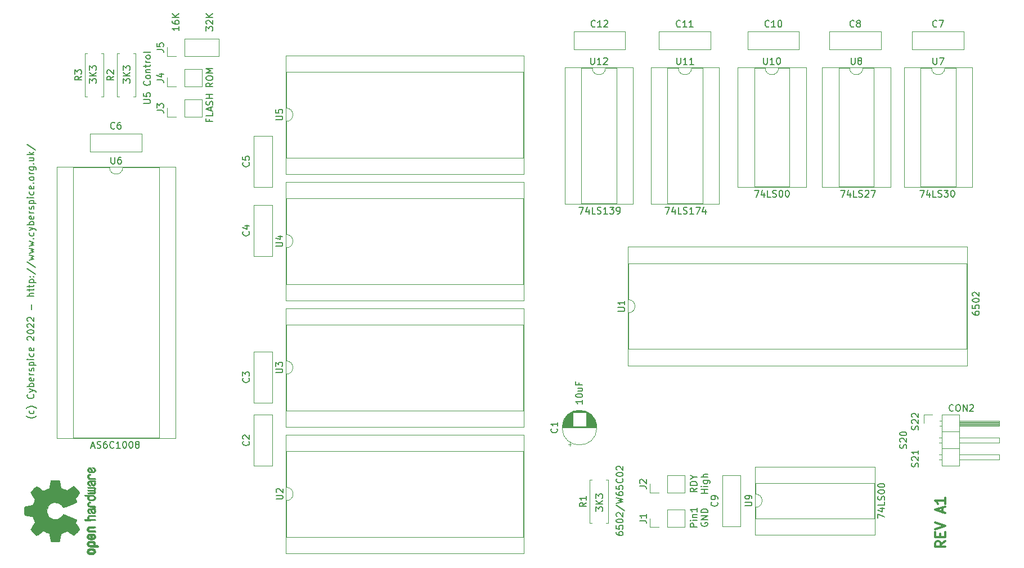
<source format=gbr>
%TF.GenerationSoftware,KiCad,Pcbnew,(5.1.9-0-10_14)*%
%TF.CreationDate,2022-05-21T18:10:01+01:00*%
%TF.ProjectId,BBCMicro128KRomRam,4242434d-6963-4726-9f31-32384b526f6d,rev?*%
%TF.SameCoordinates,Original*%
%TF.FileFunction,Legend,Top*%
%TF.FilePolarity,Positive*%
%FSLAX46Y46*%
G04 Gerber Fmt 4.6, Leading zero omitted, Abs format (unit mm)*
G04 Created by KiCad (PCBNEW (5.1.9-0-10_14)) date 2022-05-21 18:10:01*
%MOMM*%
%LPD*%
G01*
G04 APERTURE LIST*
%ADD10C,0.150000*%
%ADD11C,0.300000*%
%ADD12C,0.010000*%
%ADD13C,0.120000*%
G04 APERTURE END LIST*
D10*
X90892380Y-51855523D02*
X90892380Y-51236476D01*
X91273333Y-51569809D01*
X91273333Y-51426952D01*
X91320952Y-51331714D01*
X91368571Y-51284095D01*
X91463809Y-51236476D01*
X91701904Y-51236476D01*
X91797142Y-51284095D01*
X91844761Y-51331714D01*
X91892380Y-51426952D01*
X91892380Y-51712666D01*
X91844761Y-51807904D01*
X91797142Y-51855523D01*
X91892380Y-50807904D02*
X90892380Y-50807904D01*
X91892380Y-50236476D02*
X91320952Y-50665047D01*
X90892380Y-50236476D02*
X91463809Y-50807904D01*
X90892380Y-49903142D02*
X90892380Y-49284095D01*
X91273333Y-49617428D01*
X91273333Y-49474571D01*
X91320952Y-49379333D01*
X91368571Y-49331714D01*
X91463809Y-49284095D01*
X91701904Y-49284095D01*
X91797142Y-49331714D01*
X91844761Y-49379333D01*
X91892380Y-49474571D01*
X91892380Y-49760285D01*
X91844761Y-49855523D01*
X91797142Y-49903142D01*
X95972380Y-51855523D02*
X95972380Y-51236476D01*
X96353333Y-51569809D01*
X96353333Y-51426952D01*
X96400952Y-51331714D01*
X96448571Y-51284095D01*
X96543809Y-51236476D01*
X96781904Y-51236476D01*
X96877142Y-51284095D01*
X96924761Y-51331714D01*
X96972380Y-51426952D01*
X96972380Y-51712666D01*
X96924761Y-51807904D01*
X96877142Y-51855523D01*
X96972380Y-50807904D02*
X95972380Y-50807904D01*
X96972380Y-50236476D02*
X96400952Y-50665047D01*
X95972380Y-50236476D02*
X96543809Y-50807904D01*
X95972380Y-49903142D02*
X95972380Y-49284095D01*
X96353333Y-49617428D01*
X96353333Y-49474571D01*
X96400952Y-49379333D01*
X96448571Y-49331714D01*
X96543809Y-49284095D01*
X96781904Y-49284095D01*
X96877142Y-49331714D01*
X96924761Y-49379333D01*
X96972380Y-49474571D01*
X96972380Y-49760285D01*
X96924761Y-49855523D01*
X96877142Y-49903142D01*
X167092380Y-116371523D02*
X167092380Y-115752476D01*
X167473333Y-116085809D01*
X167473333Y-115942952D01*
X167520952Y-115847714D01*
X167568571Y-115800095D01*
X167663809Y-115752476D01*
X167901904Y-115752476D01*
X167997142Y-115800095D01*
X168044761Y-115847714D01*
X168092380Y-115942952D01*
X168092380Y-116228666D01*
X168044761Y-116323904D01*
X167997142Y-116371523D01*
X168092380Y-115323904D02*
X167092380Y-115323904D01*
X168092380Y-114752476D02*
X167520952Y-115181047D01*
X167092380Y-114752476D02*
X167663809Y-115323904D01*
X167092380Y-114419142D02*
X167092380Y-113800095D01*
X167473333Y-114133428D01*
X167473333Y-113990571D01*
X167520952Y-113895333D01*
X167568571Y-113847714D01*
X167663809Y-113800095D01*
X167901904Y-113800095D01*
X167997142Y-113847714D01*
X168044761Y-113895333D01*
X168092380Y-113990571D01*
X168092380Y-114276285D01*
X168044761Y-114371523D01*
X167997142Y-114419142D01*
X165044380Y-99623428D02*
X165044380Y-100194857D01*
X165044380Y-99909142D02*
X164044380Y-99909142D01*
X164187238Y-100004380D01*
X164282476Y-100099619D01*
X164330095Y-100194857D01*
X164044380Y-99004380D02*
X164044380Y-98909142D01*
X164092000Y-98813904D01*
X164139619Y-98766285D01*
X164234857Y-98718666D01*
X164425333Y-98671047D01*
X164663428Y-98671047D01*
X164853904Y-98718666D01*
X164949142Y-98766285D01*
X164996761Y-98813904D01*
X165044380Y-98909142D01*
X165044380Y-99004380D01*
X164996761Y-99099619D01*
X164949142Y-99147238D01*
X164853904Y-99194857D01*
X164663428Y-99242476D01*
X164425333Y-99242476D01*
X164234857Y-99194857D01*
X164139619Y-99147238D01*
X164092000Y-99099619D01*
X164044380Y-99004380D01*
X164377714Y-97813904D02*
X165044380Y-97813904D01*
X164377714Y-98242476D02*
X164901523Y-98242476D01*
X164996761Y-98194857D01*
X165044380Y-98099619D01*
X165044380Y-97956761D01*
X164996761Y-97861523D01*
X164949142Y-97813904D01*
X164520571Y-97004380D02*
X164520571Y-97337714D01*
X165044380Y-97337714D02*
X164044380Y-97337714D01*
X164044380Y-96861523D01*
X91146761Y-106592666D02*
X91622952Y-106592666D01*
X91051523Y-106878380D02*
X91384857Y-105878380D01*
X91718190Y-106878380D01*
X92003904Y-106830761D02*
X92146761Y-106878380D01*
X92384857Y-106878380D01*
X92480095Y-106830761D01*
X92527714Y-106783142D01*
X92575333Y-106687904D01*
X92575333Y-106592666D01*
X92527714Y-106497428D01*
X92480095Y-106449809D01*
X92384857Y-106402190D01*
X92194380Y-106354571D01*
X92099142Y-106306952D01*
X92051523Y-106259333D01*
X92003904Y-106164095D01*
X92003904Y-106068857D01*
X92051523Y-105973619D01*
X92099142Y-105926000D01*
X92194380Y-105878380D01*
X92432476Y-105878380D01*
X92575333Y-105926000D01*
X93432476Y-105878380D02*
X93242000Y-105878380D01*
X93146761Y-105926000D01*
X93099142Y-105973619D01*
X93003904Y-106116476D01*
X92956285Y-106306952D01*
X92956285Y-106687904D01*
X93003904Y-106783142D01*
X93051523Y-106830761D01*
X93146761Y-106878380D01*
X93337238Y-106878380D01*
X93432476Y-106830761D01*
X93480095Y-106783142D01*
X93527714Y-106687904D01*
X93527714Y-106449809D01*
X93480095Y-106354571D01*
X93432476Y-106306952D01*
X93337238Y-106259333D01*
X93146761Y-106259333D01*
X93051523Y-106306952D01*
X93003904Y-106354571D01*
X92956285Y-106449809D01*
X94527714Y-106783142D02*
X94480095Y-106830761D01*
X94337238Y-106878380D01*
X94242000Y-106878380D01*
X94099142Y-106830761D01*
X94003904Y-106735523D01*
X93956285Y-106640285D01*
X93908666Y-106449809D01*
X93908666Y-106306952D01*
X93956285Y-106116476D01*
X94003904Y-106021238D01*
X94099142Y-105926000D01*
X94242000Y-105878380D01*
X94337238Y-105878380D01*
X94480095Y-105926000D01*
X94527714Y-105973619D01*
X95480095Y-106878380D02*
X94908666Y-106878380D01*
X95194380Y-106878380D02*
X95194380Y-105878380D01*
X95099142Y-106021238D01*
X95003904Y-106116476D01*
X94908666Y-106164095D01*
X96099142Y-105878380D02*
X96194380Y-105878380D01*
X96289619Y-105926000D01*
X96337238Y-105973619D01*
X96384857Y-106068857D01*
X96432476Y-106259333D01*
X96432476Y-106497428D01*
X96384857Y-106687904D01*
X96337238Y-106783142D01*
X96289619Y-106830761D01*
X96194380Y-106878380D01*
X96099142Y-106878380D01*
X96003904Y-106830761D01*
X95956285Y-106783142D01*
X95908666Y-106687904D01*
X95861047Y-106497428D01*
X95861047Y-106259333D01*
X95908666Y-106068857D01*
X95956285Y-105973619D01*
X96003904Y-105926000D01*
X96099142Y-105878380D01*
X97051523Y-105878380D02*
X97146761Y-105878380D01*
X97242000Y-105926000D01*
X97289619Y-105973619D01*
X97337238Y-106068857D01*
X97384857Y-106259333D01*
X97384857Y-106497428D01*
X97337238Y-106687904D01*
X97289619Y-106783142D01*
X97242000Y-106830761D01*
X97146761Y-106878380D01*
X97051523Y-106878380D01*
X96956285Y-106830761D01*
X96908666Y-106783142D01*
X96861047Y-106687904D01*
X96813428Y-106497428D01*
X96813428Y-106259333D01*
X96861047Y-106068857D01*
X96908666Y-105973619D01*
X96956285Y-105926000D01*
X97051523Y-105878380D01*
X97956285Y-106306952D02*
X97861047Y-106259333D01*
X97813428Y-106211714D01*
X97765809Y-106116476D01*
X97765809Y-106068857D01*
X97813428Y-105973619D01*
X97861047Y-105926000D01*
X97956285Y-105878380D01*
X98146761Y-105878380D01*
X98242000Y-105926000D01*
X98289619Y-105973619D01*
X98337238Y-106068857D01*
X98337238Y-106116476D01*
X98289619Y-106211714D01*
X98242000Y-106259333D01*
X98146761Y-106306952D01*
X97956285Y-106306952D01*
X97861047Y-106354571D01*
X97813428Y-106402190D01*
X97765809Y-106497428D01*
X97765809Y-106687904D01*
X97813428Y-106783142D01*
X97861047Y-106830761D01*
X97956285Y-106878380D01*
X98146761Y-106878380D01*
X98242000Y-106830761D01*
X98289619Y-106783142D01*
X98337238Y-106687904D01*
X98337238Y-106497428D01*
X98289619Y-106402190D01*
X98242000Y-106354571D01*
X98146761Y-106306952D01*
X223734380Y-86328095D02*
X223734380Y-86518571D01*
X223782000Y-86613809D01*
X223829619Y-86661428D01*
X223972476Y-86756666D01*
X224162952Y-86804285D01*
X224543904Y-86804285D01*
X224639142Y-86756666D01*
X224686761Y-86709047D01*
X224734380Y-86613809D01*
X224734380Y-86423333D01*
X224686761Y-86328095D01*
X224639142Y-86280476D01*
X224543904Y-86232857D01*
X224305809Y-86232857D01*
X224210571Y-86280476D01*
X224162952Y-86328095D01*
X224115333Y-86423333D01*
X224115333Y-86613809D01*
X224162952Y-86709047D01*
X224210571Y-86756666D01*
X224305809Y-86804285D01*
X223734380Y-85328095D02*
X223734380Y-85804285D01*
X224210571Y-85851904D01*
X224162952Y-85804285D01*
X224115333Y-85709047D01*
X224115333Y-85470952D01*
X224162952Y-85375714D01*
X224210571Y-85328095D01*
X224305809Y-85280476D01*
X224543904Y-85280476D01*
X224639142Y-85328095D01*
X224686761Y-85375714D01*
X224734380Y-85470952D01*
X224734380Y-85709047D01*
X224686761Y-85804285D01*
X224639142Y-85851904D01*
X223734380Y-84661428D02*
X223734380Y-84566190D01*
X223782000Y-84470952D01*
X223829619Y-84423333D01*
X223924857Y-84375714D01*
X224115333Y-84328095D01*
X224353428Y-84328095D01*
X224543904Y-84375714D01*
X224639142Y-84423333D01*
X224686761Y-84470952D01*
X224734380Y-84566190D01*
X224734380Y-84661428D01*
X224686761Y-84756666D01*
X224639142Y-84804285D01*
X224543904Y-84851904D01*
X224353428Y-84899523D01*
X224115333Y-84899523D01*
X223924857Y-84851904D01*
X223829619Y-84804285D01*
X223782000Y-84756666D01*
X223734380Y-84661428D01*
X223829619Y-83947142D02*
X223782000Y-83899523D01*
X223734380Y-83804285D01*
X223734380Y-83566190D01*
X223782000Y-83470952D01*
X223829619Y-83423333D01*
X223924857Y-83375714D01*
X224020095Y-83375714D01*
X224162952Y-83423333D01*
X224734380Y-83994761D01*
X224734380Y-83375714D01*
X209510380Y-117450857D02*
X209510380Y-116784190D01*
X210510380Y-117212761D01*
X209843714Y-115974666D02*
X210510380Y-115974666D01*
X209462761Y-116212761D02*
X210177047Y-116450857D01*
X210177047Y-115831809D01*
X210510380Y-114974666D02*
X210510380Y-115450857D01*
X209510380Y-115450857D01*
X210462761Y-114688952D02*
X210510380Y-114546095D01*
X210510380Y-114308000D01*
X210462761Y-114212761D01*
X210415142Y-114165142D01*
X210319904Y-114117523D01*
X210224666Y-114117523D01*
X210129428Y-114165142D01*
X210081809Y-114212761D01*
X210034190Y-114308000D01*
X209986571Y-114498476D01*
X209938952Y-114593714D01*
X209891333Y-114641333D01*
X209796095Y-114688952D01*
X209700857Y-114688952D01*
X209605619Y-114641333D01*
X209558000Y-114593714D01*
X209510380Y-114498476D01*
X209510380Y-114260380D01*
X209558000Y-114117523D01*
X209510380Y-113498476D02*
X209510380Y-113403238D01*
X209558000Y-113308000D01*
X209605619Y-113260380D01*
X209700857Y-113212761D01*
X209891333Y-113165142D01*
X210129428Y-113165142D01*
X210319904Y-113212761D01*
X210415142Y-113260380D01*
X210462761Y-113308000D01*
X210510380Y-113403238D01*
X210510380Y-113498476D01*
X210462761Y-113593714D01*
X210415142Y-113641333D01*
X210319904Y-113688952D01*
X210129428Y-113736571D01*
X209891333Y-113736571D01*
X209700857Y-113688952D01*
X209605619Y-113641333D01*
X209558000Y-113593714D01*
X209510380Y-113498476D01*
X209510380Y-112546095D02*
X209510380Y-112450857D01*
X209558000Y-112355619D01*
X209605619Y-112308000D01*
X209700857Y-112260380D01*
X209891333Y-112212761D01*
X210129428Y-112212761D01*
X210319904Y-112260380D01*
X210415142Y-112308000D01*
X210462761Y-112355619D01*
X210510380Y-112450857D01*
X210510380Y-112546095D01*
X210462761Y-112641333D01*
X210415142Y-112688952D01*
X210319904Y-112736571D01*
X210129428Y-112784190D01*
X209891333Y-112784190D01*
X209700857Y-112736571D01*
X209605619Y-112688952D01*
X209558000Y-112641333D01*
X209510380Y-112546095D01*
X164520952Y-70572380D02*
X165187619Y-70572380D01*
X164759047Y-71572380D01*
X165997142Y-70905714D02*
X165997142Y-71572380D01*
X165759047Y-70524761D02*
X165520952Y-71239047D01*
X166140000Y-71239047D01*
X166997142Y-71572380D02*
X166520952Y-71572380D01*
X166520952Y-70572380D01*
X167282857Y-71524761D02*
X167425714Y-71572380D01*
X167663809Y-71572380D01*
X167759047Y-71524761D01*
X167806666Y-71477142D01*
X167854285Y-71381904D01*
X167854285Y-71286666D01*
X167806666Y-71191428D01*
X167759047Y-71143809D01*
X167663809Y-71096190D01*
X167473333Y-71048571D01*
X167378095Y-71000952D01*
X167330476Y-70953333D01*
X167282857Y-70858095D01*
X167282857Y-70762857D01*
X167330476Y-70667619D01*
X167378095Y-70620000D01*
X167473333Y-70572380D01*
X167711428Y-70572380D01*
X167854285Y-70620000D01*
X168806666Y-71572380D02*
X168235238Y-71572380D01*
X168520952Y-71572380D02*
X168520952Y-70572380D01*
X168425714Y-70715238D01*
X168330476Y-70810476D01*
X168235238Y-70858095D01*
X169140000Y-70572380D02*
X169759047Y-70572380D01*
X169425714Y-70953333D01*
X169568571Y-70953333D01*
X169663809Y-71000952D01*
X169711428Y-71048571D01*
X169759047Y-71143809D01*
X169759047Y-71381904D01*
X169711428Y-71477142D01*
X169663809Y-71524761D01*
X169568571Y-71572380D01*
X169282857Y-71572380D01*
X169187619Y-71524761D01*
X169140000Y-71477142D01*
X170235238Y-71572380D02*
X170425714Y-71572380D01*
X170520952Y-71524761D01*
X170568571Y-71477142D01*
X170663809Y-71334285D01*
X170711428Y-71143809D01*
X170711428Y-70762857D01*
X170663809Y-70667619D01*
X170616190Y-70620000D01*
X170520952Y-70572380D01*
X170330476Y-70572380D01*
X170235238Y-70620000D01*
X170187619Y-70667619D01*
X170140000Y-70762857D01*
X170140000Y-71000952D01*
X170187619Y-71096190D01*
X170235238Y-71143809D01*
X170330476Y-71191428D01*
X170520952Y-71191428D01*
X170616190Y-71143809D01*
X170663809Y-71096190D01*
X170711428Y-71000952D01*
X177474952Y-70572380D02*
X178141619Y-70572380D01*
X177713047Y-71572380D01*
X178951142Y-70905714D02*
X178951142Y-71572380D01*
X178713047Y-70524761D02*
X178474952Y-71239047D01*
X179094000Y-71239047D01*
X179951142Y-71572380D02*
X179474952Y-71572380D01*
X179474952Y-70572380D01*
X180236857Y-71524761D02*
X180379714Y-71572380D01*
X180617809Y-71572380D01*
X180713047Y-71524761D01*
X180760666Y-71477142D01*
X180808285Y-71381904D01*
X180808285Y-71286666D01*
X180760666Y-71191428D01*
X180713047Y-71143809D01*
X180617809Y-71096190D01*
X180427333Y-71048571D01*
X180332095Y-71000952D01*
X180284476Y-70953333D01*
X180236857Y-70858095D01*
X180236857Y-70762857D01*
X180284476Y-70667619D01*
X180332095Y-70620000D01*
X180427333Y-70572380D01*
X180665428Y-70572380D01*
X180808285Y-70620000D01*
X181760666Y-71572380D02*
X181189238Y-71572380D01*
X181474952Y-71572380D02*
X181474952Y-70572380D01*
X181379714Y-70715238D01*
X181284476Y-70810476D01*
X181189238Y-70858095D01*
X182094000Y-70572380D02*
X182760666Y-70572380D01*
X182332095Y-71572380D01*
X183570190Y-70905714D02*
X183570190Y-71572380D01*
X183332095Y-70524761D02*
X183094000Y-71239047D01*
X183713047Y-71239047D01*
X190905142Y-68032380D02*
X191571809Y-68032380D01*
X191143238Y-69032380D01*
X192381333Y-68365714D02*
X192381333Y-69032380D01*
X192143238Y-67984761D02*
X191905142Y-68699047D01*
X192524190Y-68699047D01*
X193381333Y-69032380D02*
X192905142Y-69032380D01*
X192905142Y-68032380D01*
X193667047Y-68984761D02*
X193809904Y-69032380D01*
X194048000Y-69032380D01*
X194143238Y-68984761D01*
X194190857Y-68937142D01*
X194238476Y-68841904D01*
X194238476Y-68746666D01*
X194190857Y-68651428D01*
X194143238Y-68603809D01*
X194048000Y-68556190D01*
X193857523Y-68508571D01*
X193762285Y-68460952D01*
X193714666Y-68413333D01*
X193667047Y-68318095D01*
X193667047Y-68222857D01*
X193714666Y-68127619D01*
X193762285Y-68080000D01*
X193857523Y-68032380D01*
X194095619Y-68032380D01*
X194238476Y-68080000D01*
X194857523Y-68032380D02*
X194952761Y-68032380D01*
X195048000Y-68080000D01*
X195095619Y-68127619D01*
X195143238Y-68222857D01*
X195190857Y-68413333D01*
X195190857Y-68651428D01*
X195143238Y-68841904D01*
X195095619Y-68937142D01*
X195048000Y-68984761D01*
X194952761Y-69032380D01*
X194857523Y-69032380D01*
X194762285Y-68984761D01*
X194714666Y-68937142D01*
X194667047Y-68841904D01*
X194619428Y-68651428D01*
X194619428Y-68413333D01*
X194667047Y-68222857D01*
X194714666Y-68127619D01*
X194762285Y-68080000D01*
X194857523Y-68032380D01*
X195809904Y-68032380D02*
X195905142Y-68032380D01*
X196000380Y-68080000D01*
X196048000Y-68127619D01*
X196095619Y-68222857D01*
X196143238Y-68413333D01*
X196143238Y-68651428D01*
X196095619Y-68841904D01*
X196048000Y-68937142D01*
X196000380Y-68984761D01*
X195905142Y-69032380D01*
X195809904Y-69032380D01*
X195714666Y-68984761D01*
X195667047Y-68937142D01*
X195619428Y-68841904D01*
X195571809Y-68651428D01*
X195571809Y-68413333D01*
X195619428Y-68222857D01*
X195667047Y-68127619D01*
X195714666Y-68080000D01*
X195809904Y-68032380D01*
X203859142Y-68032380D02*
X204525809Y-68032380D01*
X204097238Y-69032380D01*
X205335333Y-68365714D02*
X205335333Y-69032380D01*
X205097238Y-67984761D02*
X204859142Y-68699047D01*
X205478190Y-68699047D01*
X206335333Y-69032380D02*
X205859142Y-69032380D01*
X205859142Y-68032380D01*
X206621047Y-68984761D02*
X206763904Y-69032380D01*
X207002000Y-69032380D01*
X207097238Y-68984761D01*
X207144857Y-68937142D01*
X207192476Y-68841904D01*
X207192476Y-68746666D01*
X207144857Y-68651428D01*
X207097238Y-68603809D01*
X207002000Y-68556190D01*
X206811523Y-68508571D01*
X206716285Y-68460952D01*
X206668666Y-68413333D01*
X206621047Y-68318095D01*
X206621047Y-68222857D01*
X206668666Y-68127619D01*
X206716285Y-68080000D01*
X206811523Y-68032380D01*
X207049619Y-68032380D01*
X207192476Y-68080000D01*
X207573428Y-68127619D02*
X207621047Y-68080000D01*
X207716285Y-68032380D01*
X207954380Y-68032380D01*
X208049619Y-68080000D01*
X208097238Y-68127619D01*
X208144857Y-68222857D01*
X208144857Y-68318095D01*
X208097238Y-68460952D01*
X207525809Y-69032380D01*
X208144857Y-69032380D01*
X208478190Y-68032380D02*
X209144857Y-68032380D01*
X208716285Y-69032380D01*
X215797142Y-68032380D02*
X216463809Y-68032380D01*
X216035238Y-69032380D01*
X217273333Y-68365714D02*
X217273333Y-69032380D01*
X217035238Y-67984761D02*
X216797142Y-68699047D01*
X217416190Y-68699047D01*
X218273333Y-69032380D02*
X217797142Y-69032380D01*
X217797142Y-68032380D01*
X218559047Y-68984761D02*
X218701904Y-69032380D01*
X218940000Y-69032380D01*
X219035238Y-68984761D01*
X219082857Y-68937142D01*
X219130476Y-68841904D01*
X219130476Y-68746666D01*
X219082857Y-68651428D01*
X219035238Y-68603809D01*
X218940000Y-68556190D01*
X218749523Y-68508571D01*
X218654285Y-68460952D01*
X218606666Y-68413333D01*
X218559047Y-68318095D01*
X218559047Y-68222857D01*
X218606666Y-68127619D01*
X218654285Y-68080000D01*
X218749523Y-68032380D01*
X218987619Y-68032380D01*
X219130476Y-68080000D01*
X219463809Y-68032380D02*
X220082857Y-68032380D01*
X219749523Y-68413333D01*
X219892380Y-68413333D01*
X219987619Y-68460952D01*
X220035238Y-68508571D01*
X220082857Y-68603809D01*
X220082857Y-68841904D01*
X220035238Y-68937142D01*
X219987619Y-68984761D01*
X219892380Y-69032380D01*
X219606666Y-69032380D01*
X219511428Y-68984761D01*
X219463809Y-68937142D01*
X220701904Y-68032380D02*
X220797142Y-68032380D01*
X220892380Y-68080000D01*
X220940000Y-68127619D01*
X220987619Y-68222857D01*
X221035238Y-68413333D01*
X221035238Y-68651428D01*
X220987619Y-68841904D01*
X220940000Y-68937142D01*
X220892380Y-68984761D01*
X220797142Y-69032380D01*
X220701904Y-69032380D01*
X220606666Y-68984761D01*
X220559047Y-68937142D01*
X220511428Y-68841904D01*
X220463809Y-68651428D01*
X220463809Y-68413333D01*
X220511428Y-68222857D01*
X220559047Y-68127619D01*
X220606666Y-68080000D01*
X220701904Y-68032380D01*
D11*
X219626571Y-120895714D02*
X218912285Y-121395714D01*
X219626571Y-121752857D02*
X218126571Y-121752857D01*
X218126571Y-121181428D01*
X218198000Y-121038571D01*
X218269428Y-120967142D01*
X218412285Y-120895714D01*
X218626571Y-120895714D01*
X218769428Y-120967142D01*
X218840857Y-121038571D01*
X218912285Y-121181428D01*
X218912285Y-121752857D01*
X218840857Y-120252857D02*
X218840857Y-119752857D01*
X219626571Y-119538571D02*
X219626571Y-120252857D01*
X218126571Y-120252857D01*
X218126571Y-119538571D01*
X218126571Y-119110000D02*
X219626571Y-118610000D01*
X218126571Y-118110000D01*
X219198000Y-116538571D02*
X219198000Y-115824285D01*
X219626571Y-116681428D02*
X218126571Y-116181428D01*
X219626571Y-115681428D01*
X219626571Y-114395714D02*
X219626571Y-115252857D01*
X219626571Y-114824285D02*
X218126571Y-114824285D01*
X218340857Y-114967142D01*
X218483714Y-115110000D01*
X218555142Y-115252857D01*
D10*
X82875333Y-102026095D02*
X82827714Y-102073714D01*
X82684857Y-102168952D01*
X82589619Y-102216571D01*
X82446761Y-102264190D01*
X82208666Y-102311809D01*
X82018190Y-102311809D01*
X81780095Y-102264190D01*
X81637238Y-102216571D01*
X81542000Y-102168952D01*
X81399142Y-102073714D01*
X81351523Y-102026095D01*
X82446761Y-101216571D02*
X82494380Y-101311809D01*
X82494380Y-101502285D01*
X82446761Y-101597523D01*
X82399142Y-101645142D01*
X82303904Y-101692761D01*
X82018190Y-101692761D01*
X81922952Y-101645142D01*
X81875333Y-101597523D01*
X81827714Y-101502285D01*
X81827714Y-101311809D01*
X81875333Y-101216571D01*
X82875333Y-100883238D02*
X82827714Y-100835619D01*
X82684857Y-100740380D01*
X82589619Y-100692761D01*
X82446761Y-100645142D01*
X82208666Y-100597523D01*
X82018190Y-100597523D01*
X81780095Y-100645142D01*
X81637238Y-100692761D01*
X81542000Y-100740380D01*
X81399142Y-100835619D01*
X81351523Y-100883238D01*
X82399142Y-98788000D02*
X82446761Y-98835619D01*
X82494380Y-98978476D01*
X82494380Y-99073714D01*
X82446761Y-99216571D01*
X82351523Y-99311809D01*
X82256285Y-99359428D01*
X82065809Y-99407047D01*
X81922952Y-99407047D01*
X81732476Y-99359428D01*
X81637238Y-99311809D01*
X81542000Y-99216571D01*
X81494380Y-99073714D01*
X81494380Y-98978476D01*
X81542000Y-98835619D01*
X81589619Y-98788000D01*
X81827714Y-98454666D02*
X82494380Y-98216571D01*
X81827714Y-97978476D02*
X82494380Y-98216571D01*
X82732476Y-98311809D01*
X82780095Y-98359428D01*
X82827714Y-98454666D01*
X82494380Y-97597523D02*
X81494380Y-97597523D01*
X81875333Y-97597523D02*
X81827714Y-97502285D01*
X81827714Y-97311809D01*
X81875333Y-97216571D01*
X81922952Y-97168952D01*
X82018190Y-97121333D01*
X82303904Y-97121333D01*
X82399142Y-97168952D01*
X82446761Y-97216571D01*
X82494380Y-97311809D01*
X82494380Y-97502285D01*
X82446761Y-97597523D01*
X82446761Y-96311809D02*
X82494380Y-96407047D01*
X82494380Y-96597523D01*
X82446761Y-96692761D01*
X82351523Y-96740380D01*
X81970571Y-96740380D01*
X81875333Y-96692761D01*
X81827714Y-96597523D01*
X81827714Y-96407047D01*
X81875333Y-96311809D01*
X81970571Y-96264190D01*
X82065809Y-96264190D01*
X82161047Y-96740380D01*
X82494380Y-95835619D02*
X81827714Y-95835619D01*
X82018190Y-95835619D02*
X81922952Y-95788000D01*
X81875333Y-95740380D01*
X81827714Y-95645142D01*
X81827714Y-95549904D01*
X82446761Y-95264190D02*
X82494380Y-95168952D01*
X82494380Y-94978476D01*
X82446761Y-94883238D01*
X82351523Y-94835619D01*
X82303904Y-94835619D01*
X82208666Y-94883238D01*
X82161047Y-94978476D01*
X82161047Y-95121333D01*
X82113428Y-95216571D01*
X82018190Y-95264190D01*
X81970571Y-95264190D01*
X81875333Y-95216571D01*
X81827714Y-95121333D01*
X81827714Y-94978476D01*
X81875333Y-94883238D01*
X81827714Y-94407047D02*
X82827714Y-94407047D01*
X81875333Y-94407047D02*
X81827714Y-94311809D01*
X81827714Y-94121333D01*
X81875333Y-94026095D01*
X81922952Y-93978476D01*
X82018190Y-93930857D01*
X82303904Y-93930857D01*
X82399142Y-93978476D01*
X82446761Y-94026095D01*
X82494380Y-94121333D01*
X82494380Y-94311809D01*
X82446761Y-94407047D01*
X82494380Y-93502285D02*
X81827714Y-93502285D01*
X81494380Y-93502285D02*
X81542000Y-93549904D01*
X81589619Y-93502285D01*
X81542000Y-93454666D01*
X81494380Y-93502285D01*
X81589619Y-93502285D01*
X82446761Y-92597523D02*
X82494380Y-92692761D01*
X82494380Y-92883238D01*
X82446761Y-92978476D01*
X82399142Y-93026095D01*
X82303904Y-93073714D01*
X82018190Y-93073714D01*
X81922952Y-93026095D01*
X81875333Y-92978476D01*
X81827714Y-92883238D01*
X81827714Y-92692761D01*
X81875333Y-92597523D01*
X82446761Y-91788000D02*
X82494380Y-91883238D01*
X82494380Y-92073714D01*
X82446761Y-92168952D01*
X82351523Y-92216571D01*
X81970571Y-92216571D01*
X81875333Y-92168952D01*
X81827714Y-92073714D01*
X81827714Y-91883238D01*
X81875333Y-91788000D01*
X81970571Y-91740380D01*
X82065809Y-91740380D01*
X82161047Y-92216571D01*
X81589619Y-90597523D02*
X81542000Y-90549904D01*
X81494380Y-90454666D01*
X81494380Y-90216571D01*
X81542000Y-90121333D01*
X81589619Y-90073714D01*
X81684857Y-90026095D01*
X81780095Y-90026095D01*
X81922952Y-90073714D01*
X82494380Y-90645142D01*
X82494380Y-90026095D01*
X81494380Y-89407047D02*
X81494380Y-89311809D01*
X81542000Y-89216571D01*
X81589619Y-89168952D01*
X81684857Y-89121333D01*
X81875333Y-89073714D01*
X82113428Y-89073714D01*
X82303904Y-89121333D01*
X82399142Y-89168952D01*
X82446761Y-89216571D01*
X82494380Y-89311809D01*
X82494380Y-89407047D01*
X82446761Y-89502285D01*
X82399142Y-89549904D01*
X82303904Y-89597523D01*
X82113428Y-89645142D01*
X81875333Y-89645142D01*
X81684857Y-89597523D01*
X81589619Y-89549904D01*
X81542000Y-89502285D01*
X81494380Y-89407047D01*
X81589619Y-88692761D02*
X81542000Y-88645142D01*
X81494380Y-88549904D01*
X81494380Y-88311809D01*
X81542000Y-88216571D01*
X81589619Y-88168952D01*
X81684857Y-88121333D01*
X81780095Y-88121333D01*
X81922952Y-88168952D01*
X82494380Y-88740380D01*
X82494380Y-88121333D01*
X81589619Y-87740380D02*
X81542000Y-87692761D01*
X81494380Y-87597523D01*
X81494380Y-87359428D01*
X81542000Y-87264190D01*
X81589619Y-87216571D01*
X81684857Y-87168952D01*
X81780095Y-87168952D01*
X81922952Y-87216571D01*
X82494380Y-87788000D01*
X82494380Y-87168952D01*
X82113428Y-85978476D02*
X82113428Y-85216571D01*
X82494380Y-83978476D02*
X81494380Y-83978476D01*
X82494380Y-83549904D02*
X81970571Y-83549904D01*
X81875333Y-83597523D01*
X81827714Y-83692761D01*
X81827714Y-83835619D01*
X81875333Y-83930857D01*
X81922952Y-83978476D01*
X81827714Y-83216571D02*
X81827714Y-82835619D01*
X81494380Y-83073714D02*
X82351523Y-83073714D01*
X82446761Y-83026095D01*
X82494380Y-82930857D01*
X82494380Y-82835619D01*
X81827714Y-82645142D02*
X81827714Y-82264190D01*
X81494380Y-82502285D02*
X82351523Y-82502285D01*
X82446761Y-82454666D01*
X82494380Y-82359428D01*
X82494380Y-82264190D01*
X81827714Y-81930857D02*
X82827714Y-81930857D01*
X81875333Y-81930857D02*
X81827714Y-81835619D01*
X81827714Y-81645142D01*
X81875333Y-81549904D01*
X81922952Y-81502285D01*
X82018190Y-81454666D01*
X82303904Y-81454666D01*
X82399142Y-81502285D01*
X82446761Y-81549904D01*
X82494380Y-81645142D01*
X82494380Y-81835619D01*
X82446761Y-81930857D01*
X82399142Y-81026095D02*
X82446761Y-80978476D01*
X82494380Y-81026095D01*
X82446761Y-81073714D01*
X82399142Y-81026095D01*
X82494380Y-81026095D01*
X81875333Y-81026095D02*
X81922952Y-80978476D01*
X81970571Y-81026095D01*
X81922952Y-81073714D01*
X81875333Y-81026095D01*
X81970571Y-81026095D01*
X81446761Y-79835619D02*
X82732476Y-80692761D01*
X81446761Y-78788000D02*
X82732476Y-79645142D01*
X81827714Y-78549904D02*
X82494380Y-78359428D01*
X82018190Y-78168952D01*
X82494380Y-77978476D01*
X81827714Y-77788000D01*
X81827714Y-77502285D02*
X82494380Y-77311809D01*
X82018190Y-77121333D01*
X82494380Y-76930857D01*
X81827714Y-76740380D01*
X81827714Y-76454666D02*
X82494380Y-76264190D01*
X82018190Y-76073714D01*
X82494380Y-75883238D01*
X81827714Y-75692761D01*
X82399142Y-75311809D02*
X82446761Y-75264190D01*
X82494380Y-75311809D01*
X82446761Y-75359428D01*
X82399142Y-75311809D01*
X82494380Y-75311809D01*
X82446761Y-74407047D02*
X82494380Y-74502285D01*
X82494380Y-74692761D01*
X82446761Y-74788000D01*
X82399142Y-74835619D01*
X82303904Y-74883238D01*
X82018190Y-74883238D01*
X81922952Y-74835619D01*
X81875333Y-74788000D01*
X81827714Y-74692761D01*
X81827714Y-74502285D01*
X81875333Y-74407047D01*
X81827714Y-74073714D02*
X82494380Y-73835619D01*
X81827714Y-73597523D02*
X82494380Y-73835619D01*
X82732476Y-73930857D01*
X82780095Y-73978476D01*
X82827714Y-74073714D01*
X82494380Y-73216571D02*
X81494380Y-73216571D01*
X81875333Y-73216571D02*
X81827714Y-73121333D01*
X81827714Y-72930857D01*
X81875333Y-72835619D01*
X81922952Y-72788000D01*
X82018190Y-72740380D01*
X82303904Y-72740380D01*
X82399142Y-72788000D01*
X82446761Y-72835619D01*
X82494380Y-72930857D01*
X82494380Y-73121333D01*
X82446761Y-73216571D01*
X82446761Y-71930857D02*
X82494380Y-72026095D01*
X82494380Y-72216571D01*
X82446761Y-72311809D01*
X82351523Y-72359428D01*
X81970571Y-72359428D01*
X81875333Y-72311809D01*
X81827714Y-72216571D01*
X81827714Y-72026095D01*
X81875333Y-71930857D01*
X81970571Y-71883238D01*
X82065809Y-71883238D01*
X82161047Y-72359428D01*
X82494380Y-71454666D02*
X81827714Y-71454666D01*
X82018190Y-71454666D02*
X81922952Y-71407047D01*
X81875333Y-71359428D01*
X81827714Y-71264190D01*
X81827714Y-71168952D01*
X82446761Y-70883238D02*
X82494380Y-70788000D01*
X82494380Y-70597523D01*
X82446761Y-70502285D01*
X82351523Y-70454666D01*
X82303904Y-70454666D01*
X82208666Y-70502285D01*
X82161047Y-70597523D01*
X82161047Y-70740380D01*
X82113428Y-70835619D01*
X82018190Y-70883238D01*
X81970571Y-70883238D01*
X81875333Y-70835619D01*
X81827714Y-70740380D01*
X81827714Y-70597523D01*
X81875333Y-70502285D01*
X81827714Y-70026095D02*
X82827714Y-70026095D01*
X81875333Y-70026095D02*
X81827714Y-69930857D01*
X81827714Y-69740380D01*
X81875333Y-69645142D01*
X81922952Y-69597523D01*
X82018190Y-69549904D01*
X82303904Y-69549904D01*
X82399142Y-69597523D01*
X82446761Y-69645142D01*
X82494380Y-69740380D01*
X82494380Y-69930857D01*
X82446761Y-70026095D01*
X82494380Y-69121333D02*
X81827714Y-69121333D01*
X81494380Y-69121333D02*
X81542000Y-69168952D01*
X81589619Y-69121333D01*
X81542000Y-69073714D01*
X81494380Y-69121333D01*
X81589619Y-69121333D01*
X82446761Y-68216571D02*
X82494380Y-68311809D01*
X82494380Y-68502285D01*
X82446761Y-68597523D01*
X82399142Y-68645142D01*
X82303904Y-68692761D01*
X82018190Y-68692761D01*
X81922952Y-68645142D01*
X81875333Y-68597523D01*
X81827714Y-68502285D01*
X81827714Y-68311809D01*
X81875333Y-68216571D01*
X82446761Y-67407047D02*
X82494380Y-67502285D01*
X82494380Y-67692761D01*
X82446761Y-67788000D01*
X82351523Y-67835619D01*
X81970571Y-67835619D01*
X81875333Y-67788000D01*
X81827714Y-67692761D01*
X81827714Y-67502285D01*
X81875333Y-67407047D01*
X81970571Y-67359428D01*
X82065809Y-67359428D01*
X82161047Y-67835619D01*
X82399142Y-66930857D02*
X82446761Y-66883238D01*
X82494380Y-66930857D01*
X82446761Y-66978476D01*
X82399142Y-66930857D01*
X82494380Y-66930857D01*
X82494380Y-66311809D02*
X82446761Y-66407047D01*
X82399142Y-66454666D01*
X82303904Y-66502285D01*
X82018190Y-66502285D01*
X81922952Y-66454666D01*
X81875333Y-66407047D01*
X81827714Y-66311809D01*
X81827714Y-66168952D01*
X81875333Y-66073714D01*
X81922952Y-66026095D01*
X82018190Y-65978476D01*
X82303904Y-65978476D01*
X82399142Y-66026095D01*
X82446761Y-66073714D01*
X82494380Y-66168952D01*
X82494380Y-66311809D01*
X82494380Y-65549904D02*
X81827714Y-65549904D01*
X82018190Y-65549904D02*
X81922952Y-65502285D01*
X81875333Y-65454666D01*
X81827714Y-65359428D01*
X81827714Y-65264190D01*
X81827714Y-64502285D02*
X82637238Y-64502285D01*
X82732476Y-64549904D01*
X82780095Y-64597523D01*
X82827714Y-64692761D01*
X82827714Y-64835619D01*
X82780095Y-64930857D01*
X82446761Y-64502285D02*
X82494380Y-64597523D01*
X82494380Y-64788000D01*
X82446761Y-64883238D01*
X82399142Y-64930857D01*
X82303904Y-64978476D01*
X82018190Y-64978476D01*
X81922952Y-64930857D01*
X81875333Y-64883238D01*
X81827714Y-64788000D01*
X81827714Y-64597523D01*
X81875333Y-64502285D01*
X82399142Y-64026095D02*
X82446761Y-63978476D01*
X82494380Y-64026095D01*
X82446761Y-64073714D01*
X82399142Y-64026095D01*
X82494380Y-64026095D01*
X81827714Y-63121333D02*
X82494380Y-63121333D01*
X81827714Y-63549904D02*
X82351523Y-63549904D01*
X82446761Y-63502285D01*
X82494380Y-63407047D01*
X82494380Y-63264190D01*
X82446761Y-63168952D01*
X82399142Y-63121333D01*
X82494380Y-62645142D02*
X81494380Y-62645142D01*
X82113428Y-62549904D02*
X82494380Y-62264190D01*
X81827714Y-62264190D02*
X82208666Y-62645142D01*
X81446761Y-61121333D02*
X82732476Y-61978476D01*
X99020380Y-54911142D02*
X99829904Y-54911142D01*
X99925142Y-54863523D01*
X99972761Y-54815904D01*
X100020380Y-54720666D01*
X100020380Y-54530190D01*
X99972761Y-54434952D01*
X99925142Y-54387333D01*
X99829904Y-54339714D01*
X99020380Y-54339714D01*
X99020380Y-53387333D02*
X99020380Y-53863523D01*
X99496571Y-53911142D01*
X99448952Y-53863523D01*
X99401333Y-53768285D01*
X99401333Y-53530190D01*
X99448952Y-53434952D01*
X99496571Y-53387333D01*
X99591809Y-53339714D01*
X99829904Y-53339714D01*
X99925142Y-53387333D01*
X99972761Y-53434952D01*
X100020380Y-53530190D01*
X100020380Y-53768285D01*
X99972761Y-53863523D01*
X99925142Y-53911142D01*
X99925142Y-51577809D02*
X99972761Y-51625428D01*
X100020380Y-51768285D01*
X100020380Y-51863523D01*
X99972761Y-52006380D01*
X99877523Y-52101619D01*
X99782285Y-52149238D01*
X99591809Y-52196857D01*
X99448952Y-52196857D01*
X99258476Y-52149238D01*
X99163238Y-52101619D01*
X99068000Y-52006380D01*
X99020380Y-51863523D01*
X99020380Y-51768285D01*
X99068000Y-51625428D01*
X99115619Y-51577809D01*
X100020380Y-51006380D02*
X99972761Y-51101619D01*
X99925142Y-51149238D01*
X99829904Y-51196857D01*
X99544190Y-51196857D01*
X99448952Y-51149238D01*
X99401333Y-51101619D01*
X99353714Y-51006380D01*
X99353714Y-50863523D01*
X99401333Y-50768285D01*
X99448952Y-50720666D01*
X99544190Y-50673047D01*
X99829904Y-50673047D01*
X99925142Y-50720666D01*
X99972761Y-50768285D01*
X100020380Y-50863523D01*
X100020380Y-51006380D01*
X99353714Y-50244476D02*
X100020380Y-50244476D01*
X99448952Y-50244476D02*
X99401333Y-50196857D01*
X99353714Y-50101619D01*
X99353714Y-49958761D01*
X99401333Y-49863523D01*
X99496571Y-49815904D01*
X100020380Y-49815904D01*
X99353714Y-49482571D02*
X99353714Y-49101619D01*
X99020380Y-49339714D02*
X99877523Y-49339714D01*
X99972761Y-49292095D01*
X100020380Y-49196857D01*
X100020380Y-49101619D01*
X100020380Y-48768285D02*
X99353714Y-48768285D01*
X99544190Y-48768285D02*
X99448952Y-48720666D01*
X99401333Y-48673047D01*
X99353714Y-48577809D01*
X99353714Y-48482571D01*
X100020380Y-48006380D02*
X99972761Y-48101619D01*
X99925142Y-48149238D01*
X99829904Y-48196857D01*
X99544190Y-48196857D01*
X99448952Y-48149238D01*
X99401333Y-48101619D01*
X99353714Y-48006380D01*
X99353714Y-47863523D01*
X99401333Y-47768285D01*
X99448952Y-47720666D01*
X99544190Y-47673047D01*
X99829904Y-47673047D01*
X99925142Y-47720666D01*
X99972761Y-47768285D01*
X100020380Y-47863523D01*
X100020380Y-48006380D01*
X100020380Y-47101619D02*
X99972761Y-47196857D01*
X99877523Y-47244476D01*
X99020380Y-47244476D01*
X108894571Y-57316476D02*
X108894571Y-57649809D01*
X109418380Y-57649809D02*
X108418380Y-57649809D01*
X108418380Y-57173619D01*
X109418380Y-56316476D02*
X109418380Y-56792666D01*
X108418380Y-56792666D01*
X109132666Y-56030761D02*
X109132666Y-55554571D01*
X109418380Y-56126000D02*
X108418380Y-55792666D01*
X109418380Y-55459333D01*
X109370761Y-55173619D02*
X109418380Y-55030761D01*
X109418380Y-54792666D01*
X109370761Y-54697428D01*
X109323142Y-54649809D01*
X109227904Y-54602190D01*
X109132666Y-54602190D01*
X109037428Y-54649809D01*
X108989809Y-54697428D01*
X108942190Y-54792666D01*
X108894571Y-54983142D01*
X108846952Y-55078380D01*
X108799333Y-55126000D01*
X108704095Y-55173619D01*
X108608857Y-55173619D01*
X108513619Y-55126000D01*
X108466000Y-55078380D01*
X108418380Y-54983142D01*
X108418380Y-54745047D01*
X108466000Y-54602190D01*
X109418380Y-54173619D02*
X108418380Y-54173619D01*
X108894571Y-54173619D02*
X108894571Y-53602190D01*
X109418380Y-53602190D02*
X108418380Y-53602190D01*
X109418380Y-51839714D02*
X108942190Y-52173047D01*
X109418380Y-52411142D02*
X108418380Y-52411142D01*
X108418380Y-52030190D01*
X108466000Y-51934952D01*
X108513619Y-51887333D01*
X108608857Y-51839714D01*
X108751714Y-51839714D01*
X108846952Y-51887333D01*
X108894571Y-51934952D01*
X108942190Y-52030190D01*
X108942190Y-52411142D01*
X108418380Y-51220666D02*
X108418380Y-51030190D01*
X108466000Y-50934952D01*
X108561238Y-50839714D01*
X108751714Y-50792095D01*
X109085047Y-50792095D01*
X109275523Y-50839714D01*
X109370761Y-50934952D01*
X109418380Y-51030190D01*
X109418380Y-51220666D01*
X109370761Y-51315904D01*
X109275523Y-51411142D01*
X109085047Y-51458761D01*
X108751714Y-51458761D01*
X108561238Y-51411142D01*
X108466000Y-51315904D01*
X108418380Y-51220666D01*
X109418380Y-50363523D02*
X108418380Y-50363523D01*
X109132666Y-50030190D01*
X108418380Y-49696857D01*
X109418380Y-49696857D01*
X108418380Y-43981523D02*
X108418380Y-43362476D01*
X108799333Y-43695809D01*
X108799333Y-43552952D01*
X108846952Y-43457714D01*
X108894571Y-43410095D01*
X108989809Y-43362476D01*
X109227904Y-43362476D01*
X109323142Y-43410095D01*
X109370761Y-43457714D01*
X109418380Y-43552952D01*
X109418380Y-43838666D01*
X109370761Y-43933904D01*
X109323142Y-43981523D01*
X108513619Y-42981523D02*
X108466000Y-42933904D01*
X108418380Y-42838666D01*
X108418380Y-42600571D01*
X108466000Y-42505333D01*
X108513619Y-42457714D01*
X108608857Y-42410095D01*
X108704095Y-42410095D01*
X108846952Y-42457714D01*
X109418380Y-43029142D01*
X109418380Y-42410095D01*
X109418380Y-41981523D02*
X108418380Y-41981523D01*
X109418380Y-41410095D02*
X108846952Y-41838666D01*
X108418380Y-41410095D02*
X108989809Y-41981523D01*
X104338380Y-43362476D02*
X104338380Y-43933904D01*
X104338380Y-43648190D02*
X103338380Y-43648190D01*
X103481238Y-43743428D01*
X103576476Y-43838666D01*
X103624095Y-43933904D01*
X103338380Y-42505333D02*
X103338380Y-42695809D01*
X103386000Y-42791047D01*
X103433619Y-42838666D01*
X103576476Y-42933904D01*
X103766952Y-42981523D01*
X104147904Y-42981523D01*
X104243142Y-42933904D01*
X104290761Y-42886285D01*
X104338380Y-42791047D01*
X104338380Y-42600571D01*
X104290761Y-42505333D01*
X104243142Y-42457714D01*
X104147904Y-42410095D01*
X103909809Y-42410095D01*
X103814571Y-42457714D01*
X103766952Y-42505333D01*
X103719333Y-42600571D01*
X103719333Y-42791047D01*
X103766952Y-42886285D01*
X103814571Y-42933904D01*
X103909809Y-42981523D01*
X104338380Y-41981523D02*
X103338380Y-41981523D01*
X104338380Y-41410095D02*
X103766952Y-41838666D01*
X103338380Y-41410095D02*
X103909809Y-41981523D01*
X215542761Y-109696095D02*
X215590380Y-109553238D01*
X215590380Y-109315142D01*
X215542761Y-109219904D01*
X215495142Y-109172285D01*
X215399904Y-109124666D01*
X215304666Y-109124666D01*
X215209428Y-109172285D01*
X215161809Y-109219904D01*
X215114190Y-109315142D01*
X215066571Y-109505619D01*
X215018952Y-109600857D01*
X214971333Y-109648476D01*
X214876095Y-109696095D01*
X214780857Y-109696095D01*
X214685619Y-109648476D01*
X214638000Y-109600857D01*
X214590380Y-109505619D01*
X214590380Y-109267523D01*
X214638000Y-109124666D01*
X214685619Y-108743714D02*
X214638000Y-108696095D01*
X214590380Y-108600857D01*
X214590380Y-108362761D01*
X214638000Y-108267523D01*
X214685619Y-108219904D01*
X214780857Y-108172285D01*
X214876095Y-108172285D01*
X215018952Y-108219904D01*
X215590380Y-108791333D01*
X215590380Y-108172285D01*
X215590380Y-107219904D02*
X215590380Y-107791333D01*
X215590380Y-107505619D02*
X214590380Y-107505619D01*
X214733238Y-107600857D01*
X214828476Y-107696095D01*
X214876095Y-107791333D01*
X213764761Y-106902095D02*
X213812380Y-106759238D01*
X213812380Y-106521142D01*
X213764761Y-106425904D01*
X213717142Y-106378285D01*
X213621904Y-106330666D01*
X213526666Y-106330666D01*
X213431428Y-106378285D01*
X213383809Y-106425904D01*
X213336190Y-106521142D01*
X213288571Y-106711619D01*
X213240952Y-106806857D01*
X213193333Y-106854476D01*
X213098095Y-106902095D01*
X213002857Y-106902095D01*
X212907619Y-106854476D01*
X212860000Y-106806857D01*
X212812380Y-106711619D01*
X212812380Y-106473523D01*
X212860000Y-106330666D01*
X212907619Y-105949714D02*
X212860000Y-105902095D01*
X212812380Y-105806857D01*
X212812380Y-105568761D01*
X212860000Y-105473523D01*
X212907619Y-105425904D01*
X213002857Y-105378285D01*
X213098095Y-105378285D01*
X213240952Y-105425904D01*
X213812380Y-105997333D01*
X213812380Y-105378285D01*
X212812380Y-104759238D02*
X212812380Y-104664000D01*
X212860000Y-104568761D01*
X212907619Y-104521142D01*
X213002857Y-104473523D01*
X213193333Y-104425904D01*
X213431428Y-104425904D01*
X213621904Y-104473523D01*
X213717142Y-104521142D01*
X213764761Y-104568761D01*
X213812380Y-104664000D01*
X213812380Y-104759238D01*
X213764761Y-104854476D01*
X213717142Y-104902095D01*
X213621904Y-104949714D01*
X213431428Y-104997333D01*
X213193333Y-104997333D01*
X213002857Y-104949714D01*
X212907619Y-104902095D01*
X212860000Y-104854476D01*
X212812380Y-104759238D01*
X215542761Y-104108095D02*
X215590380Y-103965238D01*
X215590380Y-103727142D01*
X215542761Y-103631904D01*
X215495142Y-103584285D01*
X215399904Y-103536666D01*
X215304666Y-103536666D01*
X215209428Y-103584285D01*
X215161809Y-103631904D01*
X215114190Y-103727142D01*
X215066571Y-103917619D01*
X215018952Y-104012857D01*
X214971333Y-104060476D01*
X214876095Y-104108095D01*
X214780857Y-104108095D01*
X214685619Y-104060476D01*
X214638000Y-104012857D01*
X214590380Y-103917619D01*
X214590380Y-103679523D01*
X214638000Y-103536666D01*
X214685619Y-103155714D02*
X214638000Y-103108095D01*
X214590380Y-103012857D01*
X214590380Y-102774761D01*
X214638000Y-102679523D01*
X214685619Y-102631904D01*
X214780857Y-102584285D01*
X214876095Y-102584285D01*
X215018952Y-102631904D01*
X215590380Y-103203333D01*
X215590380Y-102584285D01*
X214685619Y-102203333D02*
X214638000Y-102155714D01*
X214590380Y-102060476D01*
X214590380Y-101822380D01*
X214638000Y-101727142D01*
X214685619Y-101679523D01*
X214780857Y-101631904D01*
X214876095Y-101631904D01*
X215018952Y-101679523D01*
X215590380Y-102250952D01*
X215590380Y-101631904D01*
X170140380Y-119546095D02*
X170140380Y-119736571D01*
X170188000Y-119831809D01*
X170235619Y-119879428D01*
X170378476Y-119974666D01*
X170568952Y-120022285D01*
X170949904Y-120022285D01*
X171045142Y-119974666D01*
X171092761Y-119927047D01*
X171140380Y-119831809D01*
X171140380Y-119641333D01*
X171092761Y-119546095D01*
X171045142Y-119498476D01*
X170949904Y-119450857D01*
X170711809Y-119450857D01*
X170616571Y-119498476D01*
X170568952Y-119546095D01*
X170521333Y-119641333D01*
X170521333Y-119831809D01*
X170568952Y-119927047D01*
X170616571Y-119974666D01*
X170711809Y-120022285D01*
X170140380Y-118546095D02*
X170140380Y-119022285D01*
X170616571Y-119069904D01*
X170568952Y-119022285D01*
X170521333Y-118927047D01*
X170521333Y-118688952D01*
X170568952Y-118593714D01*
X170616571Y-118546095D01*
X170711809Y-118498476D01*
X170949904Y-118498476D01*
X171045142Y-118546095D01*
X171092761Y-118593714D01*
X171140380Y-118688952D01*
X171140380Y-118927047D01*
X171092761Y-119022285D01*
X171045142Y-119069904D01*
X170140380Y-117879428D02*
X170140380Y-117784190D01*
X170188000Y-117688952D01*
X170235619Y-117641333D01*
X170330857Y-117593714D01*
X170521333Y-117546095D01*
X170759428Y-117546095D01*
X170949904Y-117593714D01*
X171045142Y-117641333D01*
X171092761Y-117688952D01*
X171140380Y-117784190D01*
X171140380Y-117879428D01*
X171092761Y-117974666D01*
X171045142Y-118022285D01*
X170949904Y-118069904D01*
X170759428Y-118117523D01*
X170521333Y-118117523D01*
X170330857Y-118069904D01*
X170235619Y-118022285D01*
X170188000Y-117974666D01*
X170140380Y-117879428D01*
X170235619Y-117165142D02*
X170188000Y-117117523D01*
X170140380Y-117022285D01*
X170140380Y-116784190D01*
X170188000Y-116688952D01*
X170235619Y-116641333D01*
X170330857Y-116593714D01*
X170426095Y-116593714D01*
X170568952Y-116641333D01*
X171140380Y-117212761D01*
X171140380Y-116593714D01*
X170092761Y-115450857D02*
X171378476Y-116308000D01*
X170140380Y-115212761D02*
X171140380Y-114974666D01*
X170426095Y-114784190D01*
X171140380Y-114593714D01*
X170140380Y-114355619D01*
X170140380Y-113546095D02*
X170140380Y-113736571D01*
X170188000Y-113831809D01*
X170235619Y-113879428D01*
X170378476Y-113974666D01*
X170568952Y-114022285D01*
X170949904Y-114022285D01*
X171045142Y-113974666D01*
X171092761Y-113927047D01*
X171140380Y-113831809D01*
X171140380Y-113641333D01*
X171092761Y-113546095D01*
X171045142Y-113498476D01*
X170949904Y-113450857D01*
X170711809Y-113450857D01*
X170616571Y-113498476D01*
X170568952Y-113546095D01*
X170521333Y-113641333D01*
X170521333Y-113831809D01*
X170568952Y-113927047D01*
X170616571Y-113974666D01*
X170711809Y-114022285D01*
X170140380Y-112546095D02*
X170140380Y-113022285D01*
X170616571Y-113069904D01*
X170568952Y-113022285D01*
X170521333Y-112927047D01*
X170521333Y-112688952D01*
X170568952Y-112593714D01*
X170616571Y-112546095D01*
X170711809Y-112498476D01*
X170949904Y-112498476D01*
X171045142Y-112546095D01*
X171092761Y-112593714D01*
X171140380Y-112688952D01*
X171140380Y-112927047D01*
X171092761Y-113022285D01*
X171045142Y-113069904D01*
X171045142Y-111498476D02*
X171092761Y-111546095D01*
X171140380Y-111688952D01*
X171140380Y-111784190D01*
X171092761Y-111927047D01*
X170997523Y-112022285D01*
X170902285Y-112069904D01*
X170711809Y-112117523D01*
X170568952Y-112117523D01*
X170378476Y-112069904D01*
X170283238Y-112022285D01*
X170188000Y-111927047D01*
X170140380Y-111784190D01*
X170140380Y-111688952D01*
X170188000Y-111546095D01*
X170235619Y-111498476D01*
X170140380Y-110879428D02*
X170140380Y-110784190D01*
X170188000Y-110688952D01*
X170235619Y-110641333D01*
X170330857Y-110593714D01*
X170521333Y-110546095D01*
X170759428Y-110546095D01*
X170949904Y-110593714D01*
X171045142Y-110641333D01*
X171092761Y-110688952D01*
X171140380Y-110784190D01*
X171140380Y-110879428D01*
X171092761Y-110974666D01*
X171045142Y-111022285D01*
X170949904Y-111069904D01*
X170759428Y-111117523D01*
X170521333Y-111117523D01*
X170330857Y-111069904D01*
X170235619Y-111022285D01*
X170188000Y-110974666D01*
X170140380Y-110879428D01*
X170235619Y-110165142D02*
X170188000Y-110117523D01*
X170140380Y-110022285D01*
X170140380Y-109784190D01*
X170188000Y-109688952D01*
X170235619Y-109641333D01*
X170330857Y-109593714D01*
X170426095Y-109593714D01*
X170568952Y-109641333D01*
X171140380Y-110212761D01*
X171140380Y-109593714D01*
X182253380Y-112887047D02*
X181777190Y-113220380D01*
X182253380Y-113458476D02*
X181253380Y-113458476D01*
X181253380Y-113077523D01*
X181301000Y-112982285D01*
X181348619Y-112934666D01*
X181443857Y-112887047D01*
X181586714Y-112887047D01*
X181681952Y-112934666D01*
X181729571Y-112982285D01*
X181777190Y-113077523D01*
X181777190Y-113458476D01*
X182253380Y-112458476D02*
X181253380Y-112458476D01*
X181253380Y-112220380D01*
X181301000Y-112077523D01*
X181396238Y-111982285D01*
X181491476Y-111934666D01*
X181681952Y-111887047D01*
X181824809Y-111887047D01*
X182015285Y-111934666D01*
X182110523Y-111982285D01*
X182205761Y-112077523D01*
X182253380Y-112220380D01*
X182253380Y-112458476D01*
X181777190Y-111268000D02*
X182253380Y-111268000D01*
X181253380Y-111601333D02*
X181777190Y-111268000D01*
X181253380Y-110934666D01*
X183903380Y-113696571D02*
X182903380Y-113696571D01*
X183379571Y-113696571D02*
X183379571Y-113125142D01*
X183903380Y-113125142D02*
X182903380Y-113125142D01*
X183903380Y-112648952D02*
X183236714Y-112648952D01*
X182903380Y-112648952D02*
X182951000Y-112696571D01*
X182998619Y-112648952D01*
X182951000Y-112601333D01*
X182903380Y-112648952D01*
X182998619Y-112648952D01*
X183236714Y-111744190D02*
X184046238Y-111744190D01*
X184141476Y-111791809D01*
X184189095Y-111839428D01*
X184236714Y-111934666D01*
X184236714Y-112077523D01*
X184189095Y-112172761D01*
X183855761Y-111744190D02*
X183903380Y-111839428D01*
X183903380Y-112029904D01*
X183855761Y-112125142D01*
X183808142Y-112172761D01*
X183712904Y-112220380D01*
X183427190Y-112220380D01*
X183331952Y-112172761D01*
X183284333Y-112125142D01*
X183236714Y-112029904D01*
X183236714Y-111839428D01*
X183284333Y-111744190D01*
X183903380Y-111268000D02*
X182903380Y-111268000D01*
X183903380Y-110839428D02*
X183379571Y-110839428D01*
X183284333Y-110887047D01*
X183236714Y-110982285D01*
X183236714Y-111125142D01*
X183284333Y-111220380D01*
X183331952Y-111268000D01*
X182253380Y-118776571D02*
X181253380Y-118776571D01*
X181253380Y-118395619D01*
X181301000Y-118300380D01*
X181348619Y-118252761D01*
X181443857Y-118205142D01*
X181586714Y-118205142D01*
X181681952Y-118252761D01*
X181729571Y-118300380D01*
X181777190Y-118395619D01*
X181777190Y-118776571D01*
X182253380Y-117776571D02*
X181586714Y-117776571D01*
X181253380Y-117776571D02*
X181301000Y-117824190D01*
X181348619Y-117776571D01*
X181301000Y-117728952D01*
X181253380Y-117776571D01*
X181348619Y-117776571D01*
X181586714Y-117300380D02*
X182253380Y-117300380D01*
X181681952Y-117300380D02*
X181634333Y-117252761D01*
X181586714Y-117157523D01*
X181586714Y-117014666D01*
X181634333Y-116919428D01*
X181729571Y-116871809D01*
X182253380Y-116871809D01*
X182253380Y-115871809D02*
X182253380Y-116443238D01*
X182253380Y-116157523D02*
X181253380Y-116157523D01*
X181396238Y-116252761D01*
X181491476Y-116348000D01*
X181539095Y-116443238D01*
X182951000Y-118109904D02*
X182903380Y-118205142D01*
X182903380Y-118348000D01*
X182951000Y-118490857D01*
X183046238Y-118586095D01*
X183141476Y-118633714D01*
X183331952Y-118681333D01*
X183474809Y-118681333D01*
X183665285Y-118633714D01*
X183760523Y-118586095D01*
X183855761Y-118490857D01*
X183903380Y-118348000D01*
X183903380Y-118252761D01*
X183855761Y-118109904D01*
X183808142Y-118062285D01*
X183474809Y-118062285D01*
X183474809Y-118252761D01*
X183903380Y-117633714D02*
X182903380Y-117633714D01*
X183903380Y-117062285D01*
X182903380Y-117062285D01*
X183903380Y-116586095D02*
X182903380Y-116586095D01*
X182903380Y-116348000D01*
X182951000Y-116205142D01*
X183046238Y-116109904D01*
X183141476Y-116062285D01*
X183331952Y-116014666D01*
X183474809Y-116014666D01*
X183665285Y-116062285D01*
X183760523Y-116109904D01*
X183855761Y-116205142D01*
X183903380Y-116348000D01*
X183903380Y-116586095D01*
D12*
%TO.C,REF\u002A\u002A*%
G36*
X90475903Y-121160100D02*
G01*
X90531522Y-121048550D01*
X90633931Y-120950092D01*
X90671864Y-120922977D01*
X90721500Y-120893438D01*
X90775412Y-120874272D01*
X90847364Y-120863307D01*
X90951122Y-120858371D01*
X91088101Y-120857287D01*
X91275815Y-120862182D01*
X91416758Y-120879196D01*
X91521908Y-120911823D01*
X91602243Y-120963558D01*
X91668741Y-121037896D01*
X91672678Y-121043358D01*
X91712953Y-121116620D01*
X91732880Y-121204840D01*
X91737793Y-121317038D01*
X91737793Y-121499433D01*
X91914857Y-121499509D01*
X92013470Y-121501207D01*
X92071314Y-121511550D01*
X92106006Y-121538578D01*
X92135164Y-121590332D01*
X92141121Y-121602761D01*
X92169039Y-121660923D01*
X92186672Y-121705956D01*
X92188194Y-121739441D01*
X92167781Y-121762962D01*
X92119607Y-121778100D01*
X92037846Y-121786437D01*
X91916672Y-121789556D01*
X91750260Y-121789040D01*
X91532785Y-121786471D01*
X91467736Y-121785668D01*
X91243502Y-121782778D01*
X91096821Y-121780188D01*
X91096821Y-121499586D01*
X91221326Y-121498009D01*
X91302787Y-121491000D01*
X91356515Y-121475142D01*
X91397823Y-121447019D01*
X91417971Y-121427925D01*
X91476921Y-121349865D01*
X91481720Y-121280753D01*
X91433038Y-121209440D01*
X91431241Y-121207632D01*
X91393618Y-121178617D01*
X91342484Y-121160967D01*
X91263738Y-121152064D01*
X91143276Y-121149291D01*
X91116588Y-121149241D01*
X90950583Y-121155942D01*
X90835505Y-121177752D01*
X90765254Y-121217235D01*
X90733729Y-121276956D01*
X90730552Y-121311472D01*
X90745460Y-121393389D01*
X90794548Y-121449579D01*
X90884362Y-121483402D01*
X91021445Y-121498220D01*
X91096821Y-121499586D01*
X91096821Y-121780188D01*
X91069952Y-121779713D01*
X90939382Y-121775753D01*
X90844087Y-121770174D01*
X90776364Y-121762254D01*
X90728507Y-121751269D01*
X90692813Y-121736499D01*
X90661578Y-121717218D01*
X90649824Y-121708951D01*
X90538797Y-121599288D01*
X90475847Y-121460635D01*
X90458297Y-121300246D01*
X90475903Y-121160100D01*
G37*
X90475903Y-121160100D02*
X90531522Y-121048550D01*
X90633931Y-120950092D01*
X90671864Y-120922977D01*
X90721500Y-120893438D01*
X90775412Y-120874272D01*
X90847364Y-120863307D01*
X90951122Y-120858371D01*
X91088101Y-120857287D01*
X91275815Y-120862182D01*
X91416758Y-120879196D01*
X91521908Y-120911823D01*
X91602243Y-120963558D01*
X91668741Y-121037896D01*
X91672678Y-121043358D01*
X91712953Y-121116620D01*
X91732880Y-121204840D01*
X91737793Y-121317038D01*
X91737793Y-121499433D01*
X91914857Y-121499509D01*
X92013470Y-121501207D01*
X92071314Y-121511550D01*
X92106006Y-121538578D01*
X92135164Y-121590332D01*
X92141121Y-121602761D01*
X92169039Y-121660923D01*
X92186672Y-121705956D01*
X92188194Y-121739441D01*
X92167781Y-121762962D01*
X92119607Y-121778100D01*
X92037846Y-121786437D01*
X91916672Y-121789556D01*
X91750260Y-121789040D01*
X91532785Y-121786471D01*
X91467736Y-121785668D01*
X91243502Y-121782778D01*
X91096821Y-121780188D01*
X91096821Y-121499586D01*
X91221326Y-121498009D01*
X91302787Y-121491000D01*
X91356515Y-121475142D01*
X91397823Y-121447019D01*
X91417971Y-121427925D01*
X91476921Y-121349865D01*
X91481720Y-121280753D01*
X91433038Y-121209440D01*
X91431241Y-121207632D01*
X91393618Y-121178617D01*
X91342484Y-121160967D01*
X91263738Y-121152064D01*
X91143276Y-121149291D01*
X91116588Y-121149241D01*
X90950583Y-121155942D01*
X90835505Y-121177752D01*
X90765254Y-121217235D01*
X90733729Y-121276956D01*
X90730552Y-121311472D01*
X90745460Y-121393389D01*
X90794548Y-121449579D01*
X90884362Y-121483402D01*
X91021445Y-121498220D01*
X91096821Y-121499586D01*
X91096821Y-121780188D01*
X91069952Y-121779713D01*
X90939382Y-121775753D01*
X90844087Y-121770174D01*
X90776364Y-121762254D01*
X90728507Y-121751269D01*
X90692813Y-121736499D01*
X90661578Y-121717218D01*
X90649824Y-121708951D01*
X90538797Y-121599288D01*
X90475847Y-121460635D01*
X90458297Y-121300246D01*
X90475903Y-121160100D01*
G36*
X90491719Y-118914571D02*
G01*
X90545914Y-118820877D01*
X90599707Y-118755736D01*
X90656066Y-118708093D01*
X90724987Y-118675272D01*
X90816468Y-118654594D01*
X90940506Y-118643380D01*
X91107098Y-118638951D01*
X91226851Y-118638437D01*
X91667659Y-118638437D01*
X91723283Y-118762517D01*
X91778907Y-118886598D01*
X91296095Y-118901195D01*
X91115779Y-118907227D01*
X90984901Y-118913555D01*
X90894511Y-118921394D01*
X90835664Y-118931963D01*
X90799413Y-118946477D01*
X90776810Y-118966152D01*
X90771917Y-118972465D01*
X90733706Y-119068112D01*
X90748827Y-119164793D01*
X90788943Y-119222345D01*
X90817370Y-119245755D01*
X90854672Y-119261961D01*
X90911223Y-119272259D01*
X90997394Y-119277951D01*
X91123558Y-119280336D01*
X91255042Y-119280736D01*
X91419999Y-119280814D01*
X91536761Y-119283639D01*
X91615510Y-119293093D01*
X91666431Y-119313060D01*
X91699706Y-119347424D01*
X91725520Y-119400068D01*
X91752344Y-119470383D01*
X91781542Y-119547180D01*
X91263346Y-119538038D01*
X91076539Y-119534357D01*
X90938490Y-119530050D01*
X90839568Y-119523877D01*
X90770145Y-119514598D01*
X90720590Y-119500973D01*
X90681273Y-119481761D01*
X90646584Y-119458598D01*
X90535770Y-119346848D01*
X90471689Y-119210487D01*
X90456339Y-119062175D01*
X90491719Y-118914571D01*
G37*
X90491719Y-118914571D02*
X90545914Y-118820877D01*
X90599707Y-118755736D01*
X90656066Y-118708093D01*
X90724987Y-118675272D01*
X90816468Y-118654594D01*
X90940506Y-118643380D01*
X91107098Y-118638951D01*
X91226851Y-118638437D01*
X91667659Y-118638437D01*
X91723283Y-118762517D01*
X91778907Y-118886598D01*
X91296095Y-118901195D01*
X91115779Y-118907227D01*
X90984901Y-118913555D01*
X90894511Y-118921394D01*
X90835664Y-118931963D01*
X90799413Y-118946477D01*
X90776810Y-118966152D01*
X90771917Y-118972465D01*
X90733706Y-119068112D01*
X90748827Y-119164793D01*
X90788943Y-119222345D01*
X90817370Y-119245755D01*
X90854672Y-119261961D01*
X90911223Y-119272259D01*
X90997394Y-119277951D01*
X91123558Y-119280336D01*
X91255042Y-119280736D01*
X91419999Y-119280814D01*
X91536761Y-119283639D01*
X91615510Y-119293093D01*
X91666431Y-119313060D01*
X91699706Y-119347424D01*
X91725520Y-119400068D01*
X91752344Y-119470383D01*
X91781542Y-119547180D01*
X91263346Y-119538038D01*
X91076539Y-119534357D01*
X90938490Y-119530050D01*
X90839568Y-119523877D01*
X90770145Y-119514598D01*
X90720590Y-119500973D01*
X90681273Y-119481761D01*
X90646584Y-119458598D01*
X90535770Y-119346848D01*
X90471689Y-119210487D01*
X90456339Y-119062175D01*
X90491719Y-118914571D01*
G36*
X90480015Y-122283779D02*
G01*
X90551968Y-122146939D01*
X90667766Y-122045949D01*
X90742213Y-122010075D01*
X90853992Y-121982161D01*
X90995227Y-121967871D01*
X91149371Y-121966516D01*
X91299879Y-121977405D01*
X91430205Y-121999847D01*
X91523803Y-122033150D01*
X91539922Y-122043385D01*
X91660249Y-122164618D01*
X91732317Y-122308613D01*
X91753408Y-122464861D01*
X91720802Y-122622852D01*
X91701253Y-122666820D01*
X91641012Y-122752444D01*
X91561135Y-122827592D01*
X91551004Y-122834694D01*
X91502181Y-122863561D01*
X91449990Y-122882643D01*
X91381285Y-122893916D01*
X91282918Y-122899355D01*
X91141744Y-122900938D01*
X91110092Y-122900965D01*
X91100019Y-122900893D01*
X91100019Y-122609011D01*
X91233256Y-122607313D01*
X91321674Y-122600628D01*
X91378785Y-122586575D01*
X91418102Y-122562771D01*
X91431241Y-122550621D01*
X91481172Y-122480764D01*
X91478895Y-122412941D01*
X91435584Y-122344365D01*
X91389346Y-122303465D01*
X91321857Y-122279242D01*
X91215433Y-122265639D01*
X91203020Y-122264706D01*
X91010147Y-122262384D01*
X90866900Y-122286650D01*
X90774160Y-122337176D01*
X90732807Y-122413632D01*
X90730552Y-122440924D01*
X90741893Y-122512589D01*
X90781184Y-122561610D01*
X90856326Y-122591582D01*
X90975222Y-122606101D01*
X91100019Y-122609011D01*
X91100019Y-122900893D01*
X90959659Y-122899878D01*
X90854549Y-122895312D01*
X90781714Y-122885312D01*
X90728108Y-122867921D01*
X90680681Y-122841184D01*
X90671864Y-122835276D01*
X90553007Y-122735968D01*
X90484008Y-122627758D01*
X90456619Y-122496019D01*
X90455281Y-122451283D01*
X90480015Y-122283779D01*
G37*
X90480015Y-122283779D02*
X90551968Y-122146939D01*
X90667766Y-122045949D01*
X90742213Y-122010075D01*
X90853992Y-121982161D01*
X90995227Y-121967871D01*
X91149371Y-121966516D01*
X91299879Y-121977405D01*
X91430205Y-121999847D01*
X91523803Y-122033150D01*
X91539922Y-122043385D01*
X91660249Y-122164618D01*
X91732317Y-122308613D01*
X91753408Y-122464861D01*
X91720802Y-122622852D01*
X91701253Y-122666820D01*
X91641012Y-122752444D01*
X91561135Y-122827592D01*
X91551004Y-122834694D01*
X91502181Y-122863561D01*
X91449990Y-122882643D01*
X91381285Y-122893916D01*
X91282918Y-122899355D01*
X91141744Y-122900938D01*
X91110092Y-122900965D01*
X91100019Y-122900893D01*
X91100019Y-122609011D01*
X91233256Y-122607313D01*
X91321674Y-122600628D01*
X91378785Y-122586575D01*
X91418102Y-122562771D01*
X91431241Y-122550621D01*
X91481172Y-122480764D01*
X91478895Y-122412941D01*
X91435584Y-122344365D01*
X91389346Y-122303465D01*
X91321857Y-122279242D01*
X91215433Y-122265639D01*
X91203020Y-122264706D01*
X91010147Y-122262384D01*
X90866900Y-122286650D01*
X90774160Y-122337176D01*
X90732807Y-122413632D01*
X90730552Y-122440924D01*
X90741893Y-122512589D01*
X90781184Y-122561610D01*
X90856326Y-122591582D01*
X90975222Y-122606101D01*
X91100019Y-122609011D01*
X91100019Y-122900893D01*
X90959659Y-122899878D01*
X90854549Y-122895312D01*
X90781714Y-122885312D01*
X90728108Y-122867921D01*
X90680681Y-122841184D01*
X90671864Y-122835276D01*
X90553007Y-122735968D01*
X90484008Y-122627758D01*
X90456619Y-122496019D01*
X90455281Y-122451283D01*
X90480015Y-122283779D01*
G36*
X90498676Y-120016448D02*
G01*
X90576111Y-119901342D01*
X90687949Y-119812389D01*
X90830265Y-119759251D01*
X90935015Y-119748503D01*
X90978726Y-119749724D01*
X91012194Y-119759944D01*
X91042179Y-119788039D01*
X91075440Y-119842884D01*
X91118738Y-119933355D01*
X91178833Y-120068328D01*
X91179134Y-120069011D01*
X91236037Y-120193249D01*
X91286565Y-120295127D01*
X91325280Y-120364233D01*
X91346740Y-120390154D01*
X91346913Y-120390161D01*
X91393644Y-120367315D01*
X91445154Y-120313891D01*
X91482261Y-120252558D01*
X91489632Y-120221485D01*
X91464138Y-120136711D01*
X91400291Y-120063707D01*
X91330094Y-120028087D01*
X91278343Y-119993820D01*
X91219409Y-119926697D01*
X91168496Y-119847792D01*
X91140809Y-119778179D01*
X91139287Y-119763623D01*
X91164321Y-119747237D01*
X91228311Y-119746250D01*
X91314593Y-119758292D01*
X91406501Y-119780993D01*
X91487369Y-119811986D01*
X91490509Y-119813552D01*
X91620734Y-119906819D01*
X91709311Y-120027696D01*
X91752786Y-120164973D01*
X91747706Y-120307440D01*
X91690616Y-120443888D01*
X91686602Y-120449955D01*
X91589326Y-120557290D01*
X91462409Y-120627868D01*
X91295526Y-120666926D01*
X91248639Y-120672168D01*
X91027329Y-120681452D01*
X90924124Y-120670322D01*
X90924124Y-120390161D01*
X90988503Y-120386521D01*
X91007291Y-120366611D01*
X90993235Y-120316974D01*
X90960009Y-120238733D01*
X90918359Y-120151274D01*
X90917256Y-120149101D01*
X90878265Y-120074970D01*
X90852244Y-120045219D01*
X90824965Y-120052555D01*
X90789121Y-120083447D01*
X90737251Y-120162040D01*
X90733439Y-120246677D01*
X90771189Y-120322597D01*
X90844001Y-120375035D01*
X90924124Y-120390161D01*
X90924124Y-120670322D01*
X90850261Y-120662356D01*
X90709829Y-120613366D01*
X90611447Y-120545164D01*
X90512030Y-120422065D01*
X90462711Y-120286472D01*
X90459568Y-120148045D01*
X90498676Y-120016448D01*
G37*
X90498676Y-120016448D02*
X90576111Y-119901342D01*
X90687949Y-119812389D01*
X90830265Y-119759251D01*
X90935015Y-119748503D01*
X90978726Y-119749724D01*
X91012194Y-119759944D01*
X91042179Y-119788039D01*
X91075440Y-119842884D01*
X91118738Y-119933355D01*
X91178833Y-120068328D01*
X91179134Y-120069011D01*
X91236037Y-120193249D01*
X91286565Y-120295127D01*
X91325280Y-120364233D01*
X91346740Y-120390154D01*
X91346913Y-120390161D01*
X91393644Y-120367315D01*
X91445154Y-120313891D01*
X91482261Y-120252558D01*
X91489632Y-120221485D01*
X91464138Y-120136711D01*
X91400291Y-120063707D01*
X91330094Y-120028087D01*
X91278343Y-119993820D01*
X91219409Y-119926697D01*
X91168496Y-119847792D01*
X91140809Y-119778179D01*
X91139287Y-119763623D01*
X91164321Y-119747237D01*
X91228311Y-119746250D01*
X91314593Y-119758292D01*
X91406501Y-119780993D01*
X91487369Y-119811986D01*
X91490509Y-119813552D01*
X91620734Y-119906819D01*
X91709311Y-120027696D01*
X91752786Y-120164973D01*
X91747706Y-120307440D01*
X91690616Y-120443888D01*
X91686602Y-120449955D01*
X91589326Y-120557290D01*
X91462409Y-120627868D01*
X91295526Y-120666926D01*
X91248639Y-120672168D01*
X91027329Y-120681452D01*
X90924124Y-120670322D01*
X90924124Y-120390161D01*
X90988503Y-120386521D01*
X91007291Y-120366611D01*
X90993235Y-120316974D01*
X90960009Y-120238733D01*
X90918359Y-120151274D01*
X90917256Y-120149101D01*
X90878265Y-120074970D01*
X90852244Y-120045219D01*
X90824965Y-120052555D01*
X90789121Y-120083447D01*
X90737251Y-120162040D01*
X90733439Y-120246677D01*
X90771189Y-120322597D01*
X90844001Y-120375035D01*
X90924124Y-120390161D01*
X90924124Y-120670322D01*
X90850261Y-120662356D01*
X90709829Y-120613366D01*
X90611447Y-120545164D01*
X90512030Y-120422065D01*
X90462711Y-120286472D01*
X90459568Y-120148045D01*
X90498676Y-120016448D01*
G36*
X90337857Y-117587402D02*
G01*
X90457188Y-117578846D01*
X90527506Y-117569019D01*
X90558179Y-117555401D01*
X90558571Y-117535473D01*
X90554910Y-117529011D01*
X90528398Y-117443060D01*
X90529946Y-117331255D01*
X90557199Y-117217586D01*
X90592455Y-117146490D01*
X90648778Y-117073595D01*
X90712519Y-117020307D01*
X90793510Y-116983725D01*
X90901586Y-116960950D01*
X91046580Y-116949081D01*
X91238326Y-116945218D01*
X91275109Y-116945149D01*
X91688288Y-116945103D01*
X91720339Y-117037046D01*
X91742144Y-117102348D01*
X91752297Y-117138176D01*
X91752391Y-117139230D01*
X91724860Y-117142758D01*
X91648923Y-117145761D01*
X91534565Y-117148010D01*
X91391769Y-117149276D01*
X91304951Y-117149471D01*
X91133773Y-117149877D01*
X91011088Y-117151968D01*
X90927000Y-117157053D01*
X90871614Y-117166440D01*
X90835032Y-117181439D01*
X90807359Y-117203358D01*
X90794032Y-117217043D01*
X90740328Y-117311051D01*
X90736307Y-117413636D01*
X90781725Y-117506710D01*
X90798123Y-117523922D01*
X90828957Y-117549168D01*
X90865531Y-117566680D01*
X90918415Y-117577858D01*
X90998177Y-117584104D01*
X91115385Y-117586818D01*
X91276991Y-117587402D01*
X91688288Y-117587402D01*
X91720339Y-117679345D01*
X91742144Y-117744647D01*
X91752297Y-117780475D01*
X91752391Y-117781529D01*
X91724448Y-117784225D01*
X91645630Y-117786655D01*
X91523453Y-117788722D01*
X91365432Y-117790329D01*
X91179083Y-117791377D01*
X90971920Y-117791769D01*
X90962706Y-117791770D01*
X90173020Y-117791770D01*
X90132997Y-117696885D01*
X90092973Y-117602000D01*
X90337857Y-117587402D01*
G37*
X90337857Y-117587402D02*
X90457188Y-117578846D01*
X90527506Y-117569019D01*
X90558179Y-117555401D01*
X90558571Y-117535473D01*
X90554910Y-117529011D01*
X90528398Y-117443060D01*
X90529946Y-117331255D01*
X90557199Y-117217586D01*
X90592455Y-117146490D01*
X90648778Y-117073595D01*
X90712519Y-117020307D01*
X90793510Y-116983725D01*
X90901586Y-116960950D01*
X91046580Y-116949081D01*
X91238326Y-116945218D01*
X91275109Y-116945149D01*
X91688288Y-116945103D01*
X91720339Y-117037046D01*
X91742144Y-117102348D01*
X91752297Y-117138176D01*
X91752391Y-117139230D01*
X91724860Y-117142758D01*
X91648923Y-117145761D01*
X91534565Y-117148010D01*
X91391769Y-117149276D01*
X91304951Y-117149471D01*
X91133773Y-117149877D01*
X91011088Y-117151968D01*
X90927000Y-117157053D01*
X90871614Y-117166440D01*
X90835032Y-117181439D01*
X90807359Y-117203358D01*
X90794032Y-117217043D01*
X90740328Y-117311051D01*
X90736307Y-117413636D01*
X90781725Y-117506710D01*
X90798123Y-117523922D01*
X90828957Y-117549168D01*
X90865531Y-117566680D01*
X90918415Y-117577858D01*
X90998177Y-117584104D01*
X91115385Y-117586818D01*
X91276991Y-117587402D01*
X91688288Y-117587402D01*
X91720339Y-117679345D01*
X91742144Y-117744647D01*
X91752297Y-117780475D01*
X91752391Y-117781529D01*
X91724448Y-117784225D01*
X91645630Y-117786655D01*
X91523453Y-117788722D01*
X91365432Y-117790329D01*
X91179083Y-117791377D01*
X90971920Y-117791769D01*
X90962706Y-117791770D01*
X90173020Y-117791770D01*
X90132997Y-117696885D01*
X90092973Y-117602000D01*
X90337857Y-117587402D01*
G36*
X90538360Y-116252056D02*
G01*
X90580842Y-116137657D01*
X90581658Y-116136348D01*
X90633730Y-116065597D01*
X90694584Y-116013364D01*
X90773887Y-115976629D01*
X90881309Y-115952366D01*
X91026517Y-115937555D01*
X91219179Y-115929171D01*
X91246628Y-115928436D01*
X91660521Y-115917880D01*
X91706456Y-116006709D01*
X91737498Y-116070982D01*
X91752206Y-116109790D01*
X91752391Y-116111585D01*
X91725250Y-116118300D01*
X91652041Y-116123635D01*
X91545081Y-116126917D01*
X91458469Y-116127632D01*
X91318162Y-116127649D01*
X91230051Y-116134063D01*
X91188025Y-116156420D01*
X91185975Y-116204268D01*
X91217790Y-116287151D01*
X91276272Y-116412287D01*
X91324845Y-116504303D01*
X91366986Y-116551629D01*
X91412916Y-116565542D01*
X91415189Y-116565563D01*
X91494311Y-116542605D01*
X91537055Y-116474630D01*
X91543246Y-116370602D01*
X91542172Y-116295670D01*
X91563753Y-116256161D01*
X91615591Y-116231522D01*
X91681632Y-116217341D01*
X91719104Y-116237777D01*
X91724467Y-116245472D01*
X91746006Y-116317917D01*
X91749055Y-116419367D01*
X91734778Y-116523843D01*
X91708688Y-116597875D01*
X91621785Y-116700228D01*
X91500816Y-116758409D01*
X91406308Y-116769931D01*
X91321062Y-116761138D01*
X91251476Y-116729320D01*
X91189672Y-116666316D01*
X91127772Y-116563969D01*
X91057897Y-116414118D01*
X91053948Y-116404988D01*
X90991588Y-116270003D01*
X90940446Y-116186706D01*
X90894488Y-116151003D01*
X90847683Y-116158797D01*
X90793998Y-116205993D01*
X90781644Y-116220106D01*
X90733741Y-116314641D01*
X90735758Y-116412594D01*
X90782724Y-116497903D01*
X90869669Y-116554504D01*
X90886734Y-116559763D01*
X90969504Y-116610977D01*
X91009372Y-116675963D01*
X91048882Y-116769931D01*
X90946658Y-116769931D01*
X90798072Y-116741347D01*
X90661784Y-116656505D01*
X90616191Y-116612355D01*
X90557674Y-116511995D01*
X90531184Y-116384365D01*
X90538360Y-116252056D01*
G37*
X90538360Y-116252056D02*
X90580842Y-116137657D01*
X90581658Y-116136348D01*
X90633730Y-116065597D01*
X90694584Y-116013364D01*
X90773887Y-115976629D01*
X90881309Y-115952366D01*
X91026517Y-115937555D01*
X91219179Y-115929171D01*
X91246628Y-115928436D01*
X91660521Y-115917880D01*
X91706456Y-116006709D01*
X91737498Y-116070982D01*
X91752206Y-116109790D01*
X91752391Y-116111585D01*
X91725250Y-116118300D01*
X91652041Y-116123635D01*
X91545081Y-116126917D01*
X91458469Y-116127632D01*
X91318162Y-116127649D01*
X91230051Y-116134063D01*
X91188025Y-116156420D01*
X91185975Y-116204268D01*
X91217790Y-116287151D01*
X91276272Y-116412287D01*
X91324845Y-116504303D01*
X91366986Y-116551629D01*
X91412916Y-116565542D01*
X91415189Y-116565563D01*
X91494311Y-116542605D01*
X91537055Y-116474630D01*
X91543246Y-116370602D01*
X91542172Y-116295670D01*
X91563753Y-116256161D01*
X91615591Y-116231522D01*
X91681632Y-116217341D01*
X91719104Y-116237777D01*
X91724467Y-116245472D01*
X91746006Y-116317917D01*
X91749055Y-116419367D01*
X91734778Y-116523843D01*
X91708688Y-116597875D01*
X91621785Y-116700228D01*
X91500816Y-116758409D01*
X91406308Y-116769931D01*
X91321062Y-116761138D01*
X91251476Y-116729320D01*
X91189672Y-116666316D01*
X91127772Y-116563969D01*
X91057897Y-116414118D01*
X91053948Y-116404988D01*
X90991588Y-116270003D01*
X90940446Y-116186706D01*
X90894488Y-116151003D01*
X90847683Y-116158797D01*
X90793998Y-116205993D01*
X90781644Y-116220106D01*
X90733741Y-116314641D01*
X90735758Y-116412594D01*
X90782724Y-116497903D01*
X90869669Y-116554504D01*
X90886734Y-116559763D01*
X90969504Y-116610977D01*
X91009372Y-116675963D01*
X91048882Y-116769931D01*
X90946658Y-116769931D01*
X90798072Y-116741347D01*
X90661784Y-116656505D01*
X90616191Y-116612355D01*
X90557674Y-116511995D01*
X90531184Y-116384365D01*
X90538360Y-116252056D01*
G36*
X90535920Y-115266057D02*
G01*
X90584859Y-115133435D01*
X90671419Y-115025990D01*
X90732352Y-114983968D01*
X90844161Y-114938157D01*
X90925006Y-114939109D01*
X90979378Y-114987192D01*
X90988624Y-115004983D01*
X91017450Y-115081796D01*
X91010065Y-115121024D01*
X90961658Y-115134311D01*
X90934920Y-115134988D01*
X90836548Y-115159314D01*
X90767734Y-115222719D01*
X90734498Y-115310846D01*
X90742861Y-115409337D01*
X90786296Y-115489398D01*
X90811072Y-115516439D01*
X90841129Y-115535606D01*
X90886565Y-115548554D01*
X90957476Y-115556936D01*
X91063960Y-115562407D01*
X91216112Y-115566622D01*
X91264287Y-115567713D01*
X91429095Y-115571693D01*
X91545088Y-115576219D01*
X91621833Y-115583005D01*
X91668893Y-115593769D01*
X91695835Y-115610227D01*
X91712223Y-115634094D01*
X91719463Y-115649374D01*
X91744220Y-115714267D01*
X91752391Y-115752466D01*
X91725103Y-115765088D01*
X91642603Y-115772792D01*
X91503941Y-115775620D01*
X91308162Y-115773614D01*
X91277965Y-115772989D01*
X91099349Y-115768579D01*
X90968923Y-115763365D01*
X90876492Y-115755945D01*
X90811858Y-115744918D01*
X90764825Y-115728883D01*
X90725196Y-115706439D01*
X90708215Y-115694698D01*
X90633080Y-115627381D01*
X90574638Y-115552090D01*
X90569536Y-115542872D01*
X90529260Y-115407867D01*
X90535920Y-115266057D01*
G37*
X90535920Y-115266057D02*
X90584859Y-115133435D01*
X90671419Y-115025990D01*
X90732352Y-114983968D01*
X90844161Y-114938157D01*
X90925006Y-114939109D01*
X90979378Y-114987192D01*
X90988624Y-115004983D01*
X91017450Y-115081796D01*
X91010065Y-115121024D01*
X90961658Y-115134311D01*
X90934920Y-115134988D01*
X90836548Y-115159314D01*
X90767734Y-115222719D01*
X90734498Y-115310846D01*
X90742861Y-115409337D01*
X90786296Y-115489398D01*
X90811072Y-115516439D01*
X90841129Y-115535606D01*
X90886565Y-115548554D01*
X90957476Y-115556936D01*
X91063960Y-115562407D01*
X91216112Y-115566622D01*
X91264287Y-115567713D01*
X91429095Y-115571693D01*
X91545088Y-115576219D01*
X91621833Y-115583005D01*
X91668893Y-115593769D01*
X91695835Y-115610227D01*
X91712223Y-115634094D01*
X91719463Y-115649374D01*
X91744220Y-115714267D01*
X91752391Y-115752466D01*
X91725103Y-115765088D01*
X91642603Y-115772792D01*
X91503941Y-115775620D01*
X91308162Y-115773614D01*
X91277965Y-115772989D01*
X91099349Y-115768579D01*
X90968923Y-115763365D01*
X90876492Y-115755945D01*
X90811858Y-115744918D01*
X90764825Y-115728883D01*
X90725196Y-115706439D01*
X90708215Y-115694698D01*
X90633080Y-115627381D01*
X90574638Y-115552090D01*
X90569536Y-115542872D01*
X90529260Y-115407867D01*
X90535920Y-115266057D01*
G36*
X90768455Y-113938086D02*
G01*
X90986661Y-113938457D01*
X91154519Y-113939892D01*
X91280070Y-113942998D01*
X91371355Y-113948378D01*
X91436415Y-113956638D01*
X91483291Y-113968384D01*
X91520024Y-113984219D01*
X91540991Y-113996210D01*
X91654694Y-114095510D01*
X91725965Y-114221412D01*
X91751538Y-114360709D01*
X91728150Y-114500195D01*
X91686119Y-114583257D01*
X91613411Y-114670455D01*
X91524612Y-114729883D01*
X91408320Y-114765739D01*
X91253135Y-114782219D01*
X91139287Y-114784553D01*
X91131106Y-114784239D01*
X91131106Y-114580276D01*
X91261657Y-114579030D01*
X91348080Y-114573322D01*
X91404618Y-114560196D01*
X91445514Y-114536694D01*
X91476362Y-114508614D01*
X91535905Y-114414312D01*
X91540992Y-114313060D01*
X91491279Y-114217364D01*
X91484543Y-114209916D01*
X91449502Y-114178126D01*
X91407811Y-114158192D01*
X91345762Y-114147400D01*
X91249644Y-114143035D01*
X91143379Y-114142345D01*
X91009880Y-114143841D01*
X90920822Y-114150036D01*
X90862293Y-114163486D01*
X90820382Y-114186749D01*
X90798123Y-114205825D01*
X90741985Y-114294437D01*
X90735235Y-114396492D01*
X90778114Y-114493905D01*
X90794032Y-114512704D01*
X90829382Y-114544707D01*
X90871502Y-114564682D01*
X90934251Y-114575407D01*
X91031487Y-114579661D01*
X91131106Y-114580276D01*
X91131106Y-114784239D01*
X90955947Y-114777496D01*
X90818195Y-114753528D01*
X90714632Y-114708452D01*
X90633856Y-114638072D01*
X90592455Y-114583257D01*
X90547728Y-114483624D01*
X90526967Y-114368145D01*
X90532525Y-114260801D01*
X90554943Y-114200736D01*
X90561323Y-114177165D01*
X90537535Y-114161523D01*
X90473788Y-114150605D01*
X90376687Y-114142345D01*
X90268541Y-114133301D01*
X90203475Y-114120739D01*
X90166268Y-114097881D01*
X90141699Y-114057949D01*
X90130819Y-114032862D01*
X90091072Y-113937977D01*
X90768455Y-113938086D01*
G37*
X90768455Y-113938086D02*
X90986661Y-113938457D01*
X91154519Y-113939892D01*
X91280070Y-113942998D01*
X91371355Y-113948378D01*
X91436415Y-113956638D01*
X91483291Y-113968384D01*
X91520024Y-113984219D01*
X91540991Y-113996210D01*
X91654694Y-114095510D01*
X91725965Y-114221412D01*
X91751538Y-114360709D01*
X91728150Y-114500195D01*
X91686119Y-114583257D01*
X91613411Y-114670455D01*
X91524612Y-114729883D01*
X91408320Y-114765739D01*
X91253135Y-114782219D01*
X91139287Y-114784553D01*
X91131106Y-114784239D01*
X91131106Y-114580276D01*
X91261657Y-114579030D01*
X91348080Y-114573322D01*
X91404618Y-114560196D01*
X91445514Y-114536694D01*
X91476362Y-114508614D01*
X91535905Y-114414312D01*
X91540992Y-114313060D01*
X91491279Y-114217364D01*
X91484543Y-114209916D01*
X91449502Y-114178126D01*
X91407811Y-114158192D01*
X91345762Y-114147400D01*
X91249644Y-114143035D01*
X91143379Y-114142345D01*
X91009880Y-114143841D01*
X90920822Y-114150036D01*
X90862293Y-114163486D01*
X90820382Y-114186749D01*
X90798123Y-114205825D01*
X90741985Y-114294437D01*
X90735235Y-114396492D01*
X90778114Y-114493905D01*
X90794032Y-114512704D01*
X90829382Y-114544707D01*
X90871502Y-114564682D01*
X90934251Y-114575407D01*
X91031487Y-114579661D01*
X91131106Y-114580276D01*
X91131106Y-114784239D01*
X90955947Y-114777496D01*
X90818195Y-114753528D01*
X90714632Y-114708452D01*
X90633856Y-114638072D01*
X90592455Y-114583257D01*
X90547728Y-114483624D01*
X90526967Y-114368145D01*
X90532525Y-114260801D01*
X90554943Y-114200736D01*
X90561323Y-114177165D01*
X90537535Y-114161523D01*
X90473788Y-114150605D01*
X90376687Y-114142345D01*
X90268541Y-114133301D01*
X90203475Y-114120739D01*
X90166268Y-114097881D01*
X90141699Y-114057949D01*
X90130819Y-114032862D01*
X90091072Y-113937977D01*
X90768455Y-113938086D01*
G36*
X90553840Y-112751876D02*
G01*
X90630653Y-112747421D01*
X90747391Y-112743929D01*
X90894821Y-112741685D01*
X91049455Y-112740965D01*
X91572727Y-112740965D01*
X91665117Y-112833355D01*
X91722047Y-112897022D01*
X91745107Y-112952911D01*
X91743647Y-113029298D01*
X91739934Y-113059620D01*
X91729126Y-113154390D01*
X91722933Y-113232778D01*
X91722361Y-113251885D01*
X91726102Y-113316301D01*
X91735494Y-113408429D01*
X91739934Y-113444150D01*
X91746801Y-113531886D01*
X91731885Y-113590847D01*
X91685835Y-113649310D01*
X91665117Y-113670415D01*
X91572727Y-113762805D01*
X90593947Y-113762805D01*
X90560066Y-113688442D01*
X90534970Y-113624410D01*
X90526184Y-113586948D01*
X90553950Y-113577343D01*
X90631530Y-113568365D01*
X90750348Y-113560614D01*
X90901828Y-113554686D01*
X91029805Y-113551827D01*
X91533425Y-113543839D01*
X91543278Y-113474152D01*
X91536389Y-113410771D01*
X91514083Y-113379714D01*
X91472379Y-113371033D01*
X91383544Y-113363622D01*
X91258834Y-113358069D01*
X91109507Y-113354964D01*
X91032661Y-113354516D01*
X90590287Y-113354069D01*
X90558235Y-113262126D01*
X90536443Y-113197051D01*
X90526281Y-113161653D01*
X90526184Y-113160632D01*
X90553809Y-113157080D01*
X90630411Y-113153177D01*
X90746579Y-113149249D01*
X90892904Y-113145624D01*
X91029805Y-113143092D01*
X91533425Y-113135103D01*
X91533425Y-112959931D01*
X91073965Y-112951893D01*
X90614505Y-112943854D01*
X90570344Y-112858457D01*
X90540019Y-112795407D01*
X90526258Y-112758090D01*
X90526184Y-112757013D01*
X90553840Y-112751876D01*
G37*
X90553840Y-112751876D02*
X90630653Y-112747421D01*
X90747391Y-112743929D01*
X90894821Y-112741685D01*
X91049455Y-112740965D01*
X91572727Y-112740965D01*
X91665117Y-112833355D01*
X91722047Y-112897022D01*
X91745107Y-112952911D01*
X91743647Y-113029298D01*
X91739934Y-113059620D01*
X91729126Y-113154390D01*
X91722933Y-113232778D01*
X91722361Y-113251885D01*
X91726102Y-113316301D01*
X91735494Y-113408429D01*
X91739934Y-113444150D01*
X91746801Y-113531886D01*
X91731885Y-113590847D01*
X91685835Y-113649310D01*
X91665117Y-113670415D01*
X91572727Y-113762805D01*
X90593947Y-113762805D01*
X90560066Y-113688442D01*
X90534970Y-113624410D01*
X90526184Y-113586948D01*
X90553950Y-113577343D01*
X90631530Y-113568365D01*
X90750348Y-113560614D01*
X90901828Y-113554686D01*
X91029805Y-113551827D01*
X91533425Y-113543839D01*
X91543278Y-113474152D01*
X91536389Y-113410771D01*
X91514083Y-113379714D01*
X91472379Y-113371033D01*
X91383544Y-113363622D01*
X91258834Y-113358069D01*
X91109507Y-113354964D01*
X91032661Y-113354516D01*
X90590287Y-113354069D01*
X90558235Y-113262126D01*
X90536443Y-113197051D01*
X90526281Y-113161653D01*
X90526184Y-113160632D01*
X90553809Y-113157080D01*
X90630411Y-113153177D01*
X90746579Y-113149249D01*
X90892904Y-113145624D01*
X91029805Y-113143092D01*
X91533425Y-113135103D01*
X91533425Y-112959931D01*
X91073965Y-112951893D01*
X90614505Y-112943854D01*
X90570344Y-112858457D01*
X90540019Y-112795407D01*
X90526258Y-112758090D01*
X90526184Y-112757013D01*
X90553840Y-112751876D01*
G36*
X90549156Y-112017594D02*
G01*
X90587393Y-111933531D01*
X90633726Y-111867550D01*
X90685532Y-111819206D01*
X90752363Y-111785828D01*
X90843769Y-111764747D01*
X90969301Y-111753293D01*
X91138508Y-111748797D01*
X91249933Y-111748322D01*
X91684627Y-111748322D01*
X91718509Y-111822684D01*
X91743272Y-111881254D01*
X91752391Y-111910270D01*
X91725257Y-111915821D01*
X91652094Y-111920225D01*
X91545263Y-111922922D01*
X91460437Y-111923494D01*
X91337887Y-111925954D01*
X91240668Y-111932588D01*
X91181134Y-111942274D01*
X91168483Y-111949968D01*
X91181402Y-112001689D01*
X91214539Y-112082883D01*
X91259461Y-112176898D01*
X91307735Y-112267083D01*
X91350928Y-112336785D01*
X91380608Y-112369352D01*
X91380929Y-112369481D01*
X91435857Y-112366680D01*
X91488292Y-112341561D01*
X91530881Y-112297459D01*
X91545126Y-112233091D01*
X91543466Y-112178079D01*
X91542245Y-112100165D01*
X91560498Y-112059268D01*
X91608726Y-112034705D01*
X91617820Y-112031608D01*
X91686598Y-112020960D01*
X91728360Y-112049435D01*
X91748263Y-112123656D01*
X91751944Y-112203832D01*
X91724658Y-112348110D01*
X91685690Y-112422797D01*
X91594148Y-112515037D01*
X91481782Y-112563957D01*
X91363051Y-112568346D01*
X91252411Y-112526999D01*
X91183080Y-112464803D01*
X91144265Y-112402706D01*
X91095125Y-112305105D01*
X91045292Y-112191368D01*
X91037677Y-112172410D01*
X90982545Y-112047479D01*
X90933954Y-111975461D01*
X90885647Y-111952300D01*
X90831370Y-111973936D01*
X90788943Y-112011080D01*
X90736702Y-112098873D01*
X90732784Y-112195470D01*
X90773041Y-112284056D01*
X90853326Y-112347814D01*
X90874040Y-112356183D01*
X90950225Y-112404904D01*
X91006785Y-112476035D01*
X91053201Y-112565793D01*
X90921584Y-112565793D01*
X90841168Y-112560510D01*
X90777786Y-112537858D01*
X90710163Y-112487633D01*
X90658076Y-112439418D01*
X90584322Y-112364446D01*
X90544702Y-112306194D01*
X90528810Y-112243628D01*
X90526184Y-112172807D01*
X90549156Y-112017594D01*
G37*
X90549156Y-112017594D02*
X90587393Y-111933531D01*
X90633726Y-111867550D01*
X90685532Y-111819206D01*
X90752363Y-111785828D01*
X90843769Y-111764747D01*
X90969301Y-111753293D01*
X91138508Y-111748797D01*
X91249933Y-111748322D01*
X91684627Y-111748322D01*
X91718509Y-111822684D01*
X91743272Y-111881254D01*
X91752391Y-111910270D01*
X91725257Y-111915821D01*
X91652094Y-111920225D01*
X91545263Y-111922922D01*
X91460437Y-111923494D01*
X91337887Y-111925954D01*
X91240668Y-111932588D01*
X91181134Y-111942274D01*
X91168483Y-111949968D01*
X91181402Y-112001689D01*
X91214539Y-112082883D01*
X91259461Y-112176898D01*
X91307735Y-112267083D01*
X91350928Y-112336785D01*
X91380608Y-112369352D01*
X91380929Y-112369481D01*
X91435857Y-112366680D01*
X91488292Y-112341561D01*
X91530881Y-112297459D01*
X91545126Y-112233091D01*
X91543466Y-112178079D01*
X91542245Y-112100165D01*
X91560498Y-112059268D01*
X91608726Y-112034705D01*
X91617820Y-112031608D01*
X91686598Y-112020960D01*
X91728360Y-112049435D01*
X91748263Y-112123656D01*
X91751944Y-112203832D01*
X91724658Y-112348110D01*
X91685690Y-112422797D01*
X91594148Y-112515037D01*
X91481782Y-112563957D01*
X91363051Y-112568346D01*
X91252411Y-112526999D01*
X91183080Y-112464803D01*
X91144265Y-112402706D01*
X91095125Y-112305105D01*
X91045292Y-112191368D01*
X91037677Y-112172410D01*
X90982545Y-112047479D01*
X90933954Y-111975461D01*
X90885647Y-111952300D01*
X90831370Y-111973936D01*
X90788943Y-112011080D01*
X90736702Y-112098873D01*
X90732784Y-112195470D01*
X90773041Y-112284056D01*
X90853326Y-112347814D01*
X90874040Y-112356183D01*
X90950225Y-112404904D01*
X91006785Y-112476035D01*
X91053201Y-112565793D01*
X90921584Y-112565793D01*
X90841168Y-112560510D01*
X90777786Y-112537858D01*
X90710163Y-112487633D01*
X90658076Y-112439418D01*
X90584322Y-112364446D01*
X90544702Y-112306194D01*
X90528810Y-112243628D01*
X90526184Y-112172807D01*
X90549156Y-112017594D01*
G36*
X90554018Y-110996310D02*
G01*
X90569269Y-110961415D01*
X90635235Y-110878123D01*
X90730618Y-110806897D01*
X90832406Y-110762847D01*
X90882587Y-110755678D01*
X90952647Y-110779715D01*
X90989717Y-110832439D01*
X91012164Y-110888969D01*
X91016300Y-110914854D01*
X90986283Y-110927458D01*
X90920961Y-110952346D01*
X90891445Y-110963265D01*
X90789348Y-111024492D01*
X90738423Y-111113139D01*
X90739989Y-111226807D01*
X90741994Y-111235226D01*
X90770767Y-111295912D01*
X90826859Y-111340526D01*
X90917163Y-111370998D01*
X91048571Y-111389256D01*
X91227974Y-111397229D01*
X91323433Y-111397977D01*
X91473913Y-111398348D01*
X91576495Y-111400777D01*
X91641672Y-111407240D01*
X91679938Y-111419712D01*
X91701785Y-111440167D01*
X91717707Y-111470581D01*
X91718509Y-111472339D01*
X91743272Y-111530909D01*
X91752391Y-111559925D01*
X91724822Y-111564384D01*
X91648620Y-111568201D01*
X91533541Y-111571101D01*
X91389341Y-111572809D01*
X91283814Y-111573149D01*
X91079613Y-111571412D01*
X90924697Y-111564618D01*
X90810024Y-111550393D01*
X90726551Y-111526362D01*
X90665236Y-111490152D01*
X90617034Y-111439388D01*
X90583393Y-111389261D01*
X90538619Y-111268725D01*
X90528521Y-111128443D01*
X90554018Y-110996310D01*
G37*
X90554018Y-110996310D02*
X90569269Y-110961415D01*
X90635235Y-110878123D01*
X90730618Y-110806897D01*
X90832406Y-110762847D01*
X90882587Y-110755678D01*
X90952647Y-110779715D01*
X90989717Y-110832439D01*
X91012164Y-110888969D01*
X91016300Y-110914854D01*
X90986283Y-110927458D01*
X90920961Y-110952346D01*
X90891445Y-110963265D01*
X90789348Y-111024492D01*
X90738423Y-111113139D01*
X90739989Y-111226807D01*
X90741994Y-111235226D01*
X90770767Y-111295912D01*
X90826859Y-111340526D01*
X90917163Y-111370998D01*
X91048571Y-111389256D01*
X91227974Y-111397229D01*
X91323433Y-111397977D01*
X91473913Y-111398348D01*
X91576495Y-111400777D01*
X91641672Y-111407240D01*
X91679938Y-111419712D01*
X91701785Y-111440167D01*
X91717707Y-111470581D01*
X91718509Y-111472339D01*
X91743272Y-111530909D01*
X91752391Y-111559925D01*
X91724822Y-111564384D01*
X91648620Y-111568201D01*
X91533541Y-111571101D01*
X91389341Y-111572809D01*
X91283814Y-111573149D01*
X91079613Y-111571412D01*
X90924697Y-111564618D01*
X90810024Y-111550393D01*
X90726551Y-111526362D01*
X90665236Y-111490152D01*
X90617034Y-111439388D01*
X90583393Y-111389261D01*
X90538619Y-111268725D01*
X90528521Y-111128443D01*
X90554018Y-110996310D01*
G36*
X90570540Y-109988561D02*
G01*
X90646034Y-109873050D01*
X90713617Y-109817336D01*
X90836255Y-109773196D01*
X90933298Y-109769691D01*
X91063056Y-109777632D01*
X91194039Y-110076885D01*
X91260958Y-110222389D01*
X91314790Y-110317463D01*
X91361416Y-110366899D01*
X91406720Y-110375489D01*
X91456582Y-110348028D01*
X91489632Y-110317747D01*
X91542633Y-110229637D01*
X91546347Y-110133804D01*
X91505041Y-110045788D01*
X91422983Y-109981131D01*
X91394008Y-109969567D01*
X91303509Y-109914175D01*
X91264940Y-109850447D01*
X91231946Y-109763034D01*
X91357034Y-109763034D01*
X91442156Y-109770762D01*
X91513938Y-109801034D01*
X91596356Y-109864482D01*
X91607066Y-109873912D01*
X91680391Y-109944487D01*
X91719742Y-110005153D01*
X91737845Y-110081050D01*
X91743774Y-110143970D01*
X91745251Y-110256513D01*
X91726535Y-110336630D01*
X91698747Y-110386610D01*
X91637641Y-110465162D01*
X91571554Y-110519537D01*
X91488441Y-110553948D01*
X91376254Y-110572612D01*
X91222946Y-110579744D01*
X91145136Y-110580313D01*
X91051853Y-110578378D01*
X91051853Y-110402101D01*
X91101896Y-110400056D01*
X91110092Y-110394961D01*
X91098958Y-110361334D01*
X91069493Y-110288970D01*
X91027601Y-110192253D01*
X91018597Y-110172027D01*
X90956442Y-110049797D01*
X90901815Y-109982453D01*
X90850649Y-109967652D01*
X90798876Y-110003053D01*
X90776000Y-110032289D01*
X90730250Y-110137784D01*
X90737808Y-110236524D01*
X90793651Y-110319188D01*
X90892753Y-110376452D01*
X90971414Y-110394812D01*
X91051853Y-110402101D01*
X91051853Y-110578378D01*
X90963351Y-110576541D01*
X90828853Y-110562641D01*
X90730916Y-110535106D01*
X90658811Y-110490428D01*
X90601813Y-110425099D01*
X90583393Y-110396617D01*
X90535422Y-110267237D01*
X90532403Y-110125588D01*
X90570540Y-109988561D01*
G37*
X90570540Y-109988561D02*
X90646034Y-109873050D01*
X90713617Y-109817336D01*
X90836255Y-109773196D01*
X90933298Y-109769691D01*
X91063056Y-109777632D01*
X91194039Y-110076885D01*
X91260958Y-110222389D01*
X91314790Y-110317463D01*
X91361416Y-110366899D01*
X91406720Y-110375489D01*
X91456582Y-110348028D01*
X91489632Y-110317747D01*
X91542633Y-110229637D01*
X91546347Y-110133804D01*
X91505041Y-110045788D01*
X91422983Y-109981131D01*
X91394008Y-109969567D01*
X91303509Y-109914175D01*
X91264940Y-109850447D01*
X91231946Y-109763034D01*
X91357034Y-109763034D01*
X91442156Y-109770762D01*
X91513938Y-109801034D01*
X91596356Y-109864482D01*
X91607066Y-109873912D01*
X91680391Y-109944487D01*
X91719742Y-110005153D01*
X91737845Y-110081050D01*
X91743774Y-110143970D01*
X91745251Y-110256513D01*
X91726535Y-110336630D01*
X91698747Y-110386610D01*
X91637641Y-110465162D01*
X91571554Y-110519537D01*
X91488441Y-110553948D01*
X91376254Y-110572612D01*
X91222946Y-110579744D01*
X91145136Y-110580313D01*
X91051853Y-110578378D01*
X91051853Y-110402101D01*
X91101896Y-110400056D01*
X91110092Y-110394961D01*
X91098958Y-110361334D01*
X91069493Y-110288970D01*
X91027601Y-110192253D01*
X91018597Y-110172027D01*
X90956442Y-110049797D01*
X90901815Y-109982453D01*
X90850649Y-109967652D01*
X90798876Y-110003053D01*
X90776000Y-110032289D01*
X90730250Y-110137784D01*
X90737808Y-110236524D01*
X90793651Y-110319188D01*
X90892753Y-110376452D01*
X90971414Y-110394812D01*
X91051853Y-110402101D01*
X91051853Y-110578378D01*
X90963351Y-110576541D01*
X90828853Y-110562641D01*
X90730916Y-110535106D01*
X90658811Y-110490428D01*
X90601813Y-110425099D01*
X90583393Y-110396617D01*
X90535422Y-110267237D01*
X90532403Y-110125588D01*
X90570540Y-109988561D01*
G36*
X81066998Y-116122986D02*
G01*
X81067863Y-115964994D01*
X81070205Y-115850653D01*
X81074762Y-115772593D01*
X81082270Y-115723446D01*
X81093466Y-115695841D01*
X81109088Y-115682408D01*
X81129873Y-115675779D01*
X81132563Y-115675135D01*
X81181113Y-115665065D01*
X81276905Y-115646425D01*
X81409743Y-115621155D01*
X81569431Y-115591193D01*
X81745774Y-115558478D01*
X81751967Y-115557336D01*
X81924782Y-115524567D01*
X82077469Y-115493907D01*
X82200871Y-115467336D01*
X82285831Y-115446833D01*
X82323190Y-115434374D01*
X82323852Y-115433780D01*
X82342095Y-115397081D01*
X82372497Y-115321414D01*
X82408493Y-115223122D01*
X82408685Y-115222575D01*
X82455222Y-115098767D01*
X82514504Y-114952804D01*
X82574109Y-114815219D01*
X82577056Y-114808707D01*
X82678765Y-114584610D01*
X82339897Y-114088381D01*
X82236592Y-113936154D01*
X82144237Y-113798259D01*
X82068084Y-113682685D01*
X82013385Y-113597421D01*
X81985393Y-113550456D01*
X81983317Y-113545996D01*
X81992560Y-113511866D01*
X82037156Y-113448119D01*
X82119209Y-113352269D01*
X82240821Y-113221831D01*
X82370205Y-113088672D01*
X82497702Y-112960306D01*
X82614046Y-112845419D01*
X82712052Y-112750927D01*
X82784536Y-112683747D01*
X82824313Y-112650794D01*
X82826361Y-112649568D01*
X82853656Y-112645926D01*
X82898234Y-112659650D01*
X82966112Y-112694131D01*
X83063311Y-112752761D01*
X83195851Y-112838930D01*
X83366476Y-112953800D01*
X83516655Y-113055746D01*
X83651350Y-113146877D01*
X83762740Y-113221927D01*
X83843005Y-113275631D01*
X83884325Y-113302720D01*
X83887130Y-113304426D01*
X83926721Y-113301118D01*
X84003669Y-113276047D01*
X84103432Y-113234202D01*
X84135291Y-113219288D01*
X84277226Y-113154214D01*
X84438273Y-113084788D01*
X84577621Y-113028391D01*
X84681044Y-112987753D01*
X84759642Y-112955474D01*
X84800720Y-112936822D01*
X84803885Y-112934503D01*
X84809128Y-112900197D01*
X84823494Y-112819331D01*
X84844937Y-112702657D01*
X84871413Y-112560925D01*
X84900877Y-112404890D01*
X84931283Y-112245302D01*
X84960588Y-112092915D01*
X84986745Y-111958479D01*
X85007710Y-111852748D01*
X85021439Y-111786474D01*
X85025320Y-111770218D01*
X85034900Y-111753427D01*
X85056536Y-111740751D01*
X85097531Y-111731622D01*
X85165189Y-111725469D01*
X85266812Y-111721720D01*
X85409703Y-111719808D01*
X85601165Y-111719160D01*
X85679645Y-111719126D01*
X86317906Y-111719126D01*
X86348160Y-111872402D01*
X86364564Y-111957678D01*
X86388509Y-112084930D01*
X86417107Y-112238685D01*
X86447467Y-112403466D01*
X86455806Y-112449011D01*
X86485370Y-112601068D01*
X86514442Y-112733532D01*
X86540329Y-112835286D01*
X86560337Y-112895212D01*
X86566301Y-112905195D01*
X86608534Y-112929707D01*
X86690370Y-112964852D01*
X86795683Y-113003827D01*
X86818368Y-113011558D01*
X86959018Y-113062640D01*
X87117714Y-113126046D01*
X87260225Y-113188096D01*
X87260886Y-113188402D01*
X87484440Y-113291733D01*
X88484232Y-112612039D01*
X88921300Y-113048379D01*
X89051381Y-113180351D01*
X89166048Y-113300721D01*
X89259181Y-113402727D01*
X89324658Y-113479609D01*
X89356357Y-113524607D01*
X89358368Y-113531062D01*
X89342529Y-113568960D01*
X89298496Y-113646292D01*
X89231490Y-113754611D01*
X89146734Y-113885468D01*
X89051816Y-114026948D01*
X88954998Y-114170539D01*
X88870751Y-114298565D01*
X88804258Y-114402895D01*
X88760702Y-114475400D01*
X88745264Y-114507842D01*
X88758328Y-114547424D01*
X88792750Y-114622481D01*
X88841380Y-114717532D01*
X88846785Y-114727608D01*
X88910980Y-114855609D01*
X88942463Y-114943382D01*
X88942798Y-114997972D01*
X88913548Y-115026425D01*
X88913138Y-115026590D01*
X88878498Y-115040812D01*
X88796269Y-115074731D01*
X88672814Y-115125716D01*
X88514498Y-115191138D01*
X88327686Y-115268366D01*
X88118742Y-115354771D01*
X87916446Y-115438449D01*
X87693200Y-115530412D01*
X87486392Y-115614850D01*
X87302362Y-115689231D01*
X87147451Y-115751026D01*
X87027996Y-115797703D01*
X86950339Y-115826732D01*
X86921356Y-115835678D01*
X86888110Y-115813244D01*
X86835123Y-115754561D01*
X86776704Y-115676311D01*
X86591952Y-115453466D01*
X86380182Y-115279282D01*
X86145856Y-115155846D01*
X85893434Y-115085246D01*
X85627377Y-115069569D01*
X85504575Y-115080964D01*
X85249793Y-115143050D01*
X85024801Y-115249977D01*
X84831817Y-115395111D01*
X84673061Y-115571822D01*
X84550750Y-115773478D01*
X84467105Y-115993446D01*
X84424344Y-116225094D01*
X84424687Y-116461791D01*
X84470352Y-116696905D01*
X84563559Y-116923804D01*
X84706527Y-117135856D01*
X84787383Y-117224364D01*
X84995007Y-117394111D01*
X85221895Y-117512301D01*
X85461433Y-117579722D01*
X85707007Y-117597160D01*
X85952003Y-117565402D01*
X86189808Y-117485235D01*
X86413807Y-117357445D01*
X86617387Y-117182820D01*
X86776704Y-116987688D01*
X86837602Y-116906409D01*
X86890015Y-116848991D01*
X86921406Y-116828322D01*
X86955639Y-116839144D01*
X87037419Y-116869923D01*
X87160407Y-116918126D01*
X87318263Y-116981222D01*
X87504649Y-117056678D01*
X87713226Y-117141962D01*
X87916496Y-117225781D01*
X88139933Y-117318255D01*
X88346984Y-117403911D01*
X88531286Y-117480118D01*
X88686475Y-117544247D01*
X88806188Y-117593668D01*
X88884061Y-117625752D01*
X88913138Y-117637641D01*
X88942677Y-117665726D01*
X88942591Y-117720051D01*
X88911326Y-117807605D01*
X88847329Y-117935381D01*
X88846785Y-117936392D01*
X88797121Y-118032598D01*
X88760945Y-118110369D01*
X88745408Y-118154223D01*
X88745264Y-118156158D01*
X88761024Y-118189171D01*
X88804850Y-118262054D01*
X88871557Y-118366678D01*
X88955964Y-118494910D01*
X89051816Y-118637052D01*
X89148867Y-118781767D01*
X89233270Y-118912196D01*
X89299801Y-119019890D01*
X89343238Y-119096402D01*
X89358368Y-119132938D01*
X89338482Y-119166582D01*
X89282903Y-119234224D01*
X89197754Y-119329107D01*
X89089153Y-119444470D01*
X88963221Y-119573555D01*
X88921149Y-119615771D01*
X88483931Y-120052261D01*
X87996340Y-119720023D01*
X87846605Y-119619054D01*
X87712220Y-119530438D01*
X87600969Y-119459146D01*
X87520639Y-119410150D01*
X87479014Y-119388422D01*
X87476053Y-119387785D01*
X87436818Y-119399240D01*
X87357895Y-119430051D01*
X87252509Y-119474884D01*
X87181954Y-119506353D01*
X87046876Y-119565192D01*
X86910409Y-119620604D01*
X86795103Y-119663564D01*
X86759977Y-119675234D01*
X86666174Y-119708389D01*
X86593694Y-119740799D01*
X86566301Y-119758601D01*
X86549536Y-119797886D01*
X86525770Y-119883626D01*
X86497697Y-120004697D01*
X86468009Y-120149973D01*
X86455806Y-120214988D01*
X86425468Y-120380087D01*
X86396093Y-120538448D01*
X86370569Y-120674596D01*
X86351785Y-120773057D01*
X86348160Y-120791598D01*
X86317906Y-120944873D01*
X85679645Y-120944873D01*
X85469770Y-120944529D01*
X85310980Y-120943116D01*
X85195973Y-120940064D01*
X85117446Y-120934803D01*
X85068096Y-120926763D01*
X85040619Y-120915373D01*
X85027713Y-120900063D01*
X85025320Y-120893782D01*
X85016833Y-120855896D01*
X84999900Y-120772195D01*
X84976566Y-120653433D01*
X84948875Y-120510361D01*
X84918873Y-120353732D01*
X84888604Y-120194297D01*
X84860115Y-120042809D01*
X84835449Y-119910019D01*
X84816651Y-119806681D01*
X84805767Y-119743545D01*
X84803885Y-119729497D01*
X84778704Y-119716770D01*
X84711622Y-119688600D01*
X84615333Y-119650252D01*
X84577621Y-119635609D01*
X84431921Y-119576548D01*
X84270951Y-119507000D01*
X84135291Y-119444712D01*
X84031561Y-119398879D01*
X83946326Y-119368387D01*
X83894126Y-119358208D01*
X83887130Y-119359831D01*
X83854102Y-119381343D01*
X83780643Y-119430465D01*
X83674577Y-119501923D01*
X83543726Y-119590445D01*
X83395912Y-119690759D01*
X83366734Y-119710594D01*
X83193863Y-119826988D01*
X83062226Y-119912548D01*
X82965761Y-119970684D01*
X82898408Y-120004808D01*
X82854106Y-120018331D01*
X82826794Y-120014664D01*
X82826620Y-120014570D01*
X82790746Y-119985707D01*
X82721391Y-119921867D01*
X82625745Y-119829969D01*
X82510999Y-119716933D01*
X82384341Y-119589679D01*
X82370205Y-119575328D01*
X82214903Y-119414957D01*
X82100870Y-119291195D01*
X82026002Y-119201555D01*
X81988196Y-119143552D01*
X81983317Y-119118004D01*
X82004603Y-119080718D01*
X82053773Y-119003343D01*
X82125575Y-118893867D01*
X82214755Y-118760280D01*
X82316063Y-118610570D01*
X82339897Y-118575618D01*
X82678765Y-118079390D01*
X82577056Y-117855293D01*
X82517783Y-117719011D01*
X82458170Y-117572724D01*
X82410640Y-117446965D01*
X82408685Y-117441425D01*
X82372677Y-117343057D01*
X82342229Y-117267229D01*
X82323905Y-117230282D01*
X82323852Y-117230220D01*
X82290729Y-117218496D01*
X82209267Y-117198568D01*
X82088625Y-117172413D01*
X81937959Y-117142010D01*
X81766428Y-117109337D01*
X81751967Y-117106664D01*
X81575235Y-117073890D01*
X81414810Y-117043802D01*
X81280888Y-117018339D01*
X81183663Y-116999441D01*
X81133332Y-116989047D01*
X81132563Y-116988865D01*
X81111153Y-116982539D01*
X81094988Y-116970239D01*
X81083331Y-116944594D01*
X81075445Y-116898235D01*
X81070593Y-116823792D01*
X81068039Y-116713895D01*
X81067045Y-116561175D01*
X81066874Y-116358262D01*
X81066874Y-116332000D01*
X81066998Y-116122986D01*
G37*
X81066998Y-116122986D02*
X81067863Y-115964994D01*
X81070205Y-115850653D01*
X81074762Y-115772593D01*
X81082270Y-115723446D01*
X81093466Y-115695841D01*
X81109088Y-115682408D01*
X81129873Y-115675779D01*
X81132563Y-115675135D01*
X81181113Y-115665065D01*
X81276905Y-115646425D01*
X81409743Y-115621155D01*
X81569431Y-115591193D01*
X81745774Y-115558478D01*
X81751967Y-115557336D01*
X81924782Y-115524567D01*
X82077469Y-115493907D01*
X82200871Y-115467336D01*
X82285831Y-115446833D01*
X82323190Y-115434374D01*
X82323852Y-115433780D01*
X82342095Y-115397081D01*
X82372497Y-115321414D01*
X82408493Y-115223122D01*
X82408685Y-115222575D01*
X82455222Y-115098767D01*
X82514504Y-114952804D01*
X82574109Y-114815219D01*
X82577056Y-114808707D01*
X82678765Y-114584610D01*
X82339897Y-114088381D01*
X82236592Y-113936154D01*
X82144237Y-113798259D01*
X82068084Y-113682685D01*
X82013385Y-113597421D01*
X81985393Y-113550456D01*
X81983317Y-113545996D01*
X81992560Y-113511866D01*
X82037156Y-113448119D01*
X82119209Y-113352269D01*
X82240821Y-113221831D01*
X82370205Y-113088672D01*
X82497702Y-112960306D01*
X82614046Y-112845419D01*
X82712052Y-112750927D01*
X82784536Y-112683747D01*
X82824313Y-112650794D01*
X82826361Y-112649568D01*
X82853656Y-112645926D01*
X82898234Y-112659650D01*
X82966112Y-112694131D01*
X83063311Y-112752761D01*
X83195851Y-112838930D01*
X83366476Y-112953800D01*
X83516655Y-113055746D01*
X83651350Y-113146877D01*
X83762740Y-113221927D01*
X83843005Y-113275631D01*
X83884325Y-113302720D01*
X83887130Y-113304426D01*
X83926721Y-113301118D01*
X84003669Y-113276047D01*
X84103432Y-113234202D01*
X84135291Y-113219288D01*
X84277226Y-113154214D01*
X84438273Y-113084788D01*
X84577621Y-113028391D01*
X84681044Y-112987753D01*
X84759642Y-112955474D01*
X84800720Y-112936822D01*
X84803885Y-112934503D01*
X84809128Y-112900197D01*
X84823494Y-112819331D01*
X84844937Y-112702657D01*
X84871413Y-112560925D01*
X84900877Y-112404890D01*
X84931283Y-112245302D01*
X84960588Y-112092915D01*
X84986745Y-111958479D01*
X85007710Y-111852748D01*
X85021439Y-111786474D01*
X85025320Y-111770218D01*
X85034900Y-111753427D01*
X85056536Y-111740751D01*
X85097531Y-111731622D01*
X85165189Y-111725469D01*
X85266812Y-111721720D01*
X85409703Y-111719808D01*
X85601165Y-111719160D01*
X85679645Y-111719126D01*
X86317906Y-111719126D01*
X86348160Y-111872402D01*
X86364564Y-111957678D01*
X86388509Y-112084930D01*
X86417107Y-112238685D01*
X86447467Y-112403466D01*
X86455806Y-112449011D01*
X86485370Y-112601068D01*
X86514442Y-112733532D01*
X86540329Y-112835286D01*
X86560337Y-112895212D01*
X86566301Y-112905195D01*
X86608534Y-112929707D01*
X86690370Y-112964852D01*
X86795683Y-113003827D01*
X86818368Y-113011558D01*
X86959018Y-113062640D01*
X87117714Y-113126046D01*
X87260225Y-113188096D01*
X87260886Y-113188402D01*
X87484440Y-113291733D01*
X88484232Y-112612039D01*
X88921300Y-113048379D01*
X89051381Y-113180351D01*
X89166048Y-113300721D01*
X89259181Y-113402727D01*
X89324658Y-113479609D01*
X89356357Y-113524607D01*
X89358368Y-113531062D01*
X89342529Y-113568960D01*
X89298496Y-113646292D01*
X89231490Y-113754611D01*
X89146734Y-113885468D01*
X89051816Y-114026948D01*
X88954998Y-114170539D01*
X88870751Y-114298565D01*
X88804258Y-114402895D01*
X88760702Y-114475400D01*
X88745264Y-114507842D01*
X88758328Y-114547424D01*
X88792750Y-114622481D01*
X88841380Y-114717532D01*
X88846785Y-114727608D01*
X88910980Y-114855609D01*
X88942463Y-114943382D01*
X88942798Y-114997972D01*
X88913548Y-115026425D01*
X88913138Y-115026590D01*
X88878498Y-115040812D01*
X88796269Y-115074731D01*
X88672814Y-115125716D01*
X88514498Y-115191138D01*
X88327686Y-115268366D01*
X88118742Y-115354771D01*
X87916446Y-115438449D01*
X87693200Y-115530412D01*
X87486392Y-115614850D01*
X87302362Y-115689231D01*
X87147451Y-115751026D01*
X87027996Y-115797703D01*
X86950339Y-115826732D01*
X86921356Y-115835678D01*
X86888110Y-115813244D01*
X86835123Y-115754561D01*
X86776704Y-115676311D01*
X86591952Y-115453466D01*
X86380182Y-115279282D01*
X86145856Y-115155846D01*
X85893434Y-115085246D01*
X85627377Y-115069569D01*
X85504575Y-115080964D01*
X85249793Y-115143050D01*
X85024801Y-115249977D01*
X84831817Y-115395111D01*
X84673061Y-115571822D01*
X84550750Y-115773478D01*
X84467105Y-115993446D01*
X84424344Y-116225094D01*
X84424687Y-116461791D01*
X84470352Y-116696905D01*
X84563559Y-116923804D01*
X84706527Y-117135856D01*
X84787383Y-117224364D01*
X84995007Y-117394111D01*
X85221895Y-117512301D01*
X85461433Y-117579722D01*
X85707007Y-117597160D01*
X85952003Y-117565402D01*
X86189808Y-117485235D01*
X86413807Y-117357445D01*
X86617387Y-117182820D01*
X86776704Y-116987688D01*
X86837602Y-116906409D01*
X86890015Y-116848991D01*
X86921406Y-116828322D01*
X86955639Y-116839144D01*
X87037419Y-116869923D01*
X87160407Y-116918126D01*
X87318263Y-116981222D01*
X87504649Y-117056678D01*
X87713226Y-117141962D01*
X87916496Y-117225781D01*
X88139933Y-117318255D01*
X88346984Y-117403911D01*
X88531286Y-117480118D01*
X88686475Y-117544247D01*
X88806188Y-117593668D01*
X88884061Y-117625752D01*
X88913138Y-117637641D01*
X88942677Y-117665726D01*
X88942591Y-117720051D01*
X88911326Y-117807605D01*
X88847329Y-117935381D01*
X88846785Y-117936392D01*
X88797121Y-118032598D01*
X88760945Y-118110369D01*
X88745408Y-118154223D01*
X88745264Y-118156158D01*
X88761024Y-118189171D01*
X88804850Y-118262054D01*
X88871557Y-118366678D01*
X88955964Y-118494910D01*
X89051816Y-118637052D01*
X89148867Y-118781767D01*
X89233270Y-118912196D01*
X89299801Y-119019890D01*
X89343238Y-119096402D01*
X89358368Y-119132938D01*
X89338482Y-119166582D01*
X89282903Y-119234224D01*
X89197754Y-119329107D01*
X89089153Y-119444470D01*
X88963221Y-119573555D01*
X88921149Y-119615771D01*
X88483931Y-120052261D01*
X87996340Y-119720023D01*
X87846605Y-119619054D01*
X87712220Y-119530438D01*
X87600969Y-119459146D01*
X87520639Y-119410150D01*
X87479014Y-119388422D01*
X87476053Y-119387785D01*
X87436818Y-119399240D01*
X87357895Y-119430051D01*
X87252509Y-119474884D01*
X87181954Y-119506353D01*
X87046876Y-119565192D01*
X86910409Y-119620604D01*
X86795103Y-119663564D01*
X86759977Y-119675234D01*
X86666174Y-119708389D01*
X86593694Y-119740799D01*
X86566301Y-119758601D01*
X86549536Y-119797886D01*
X86525770Y-119883626D01*
X86497697Y-120004697D01*
X86468009Y-120149973D01*
X86455806Y-120214988D01*
X86425468Y-120380087D01*
X86396093Y-120538448D01*
X86370569Y-120674596D01*
X86351785Y-120773057D01*
X86348160Y-120791598D01*
X86317906Y-120944873D01*
X85679645Y-120944873D01*
X85469770Y-120944529D01*
X85310980Y-120943116D01*
X85195973Y-120940064D01*
X85117446Y-120934803D01*
X85068096Y-120926763D01*
X85040619Y-120915373D01*
X85027713Y-120900063D01*
X85025320Y-120893782D01*
X85016833Y-120855896D01*
X84999900Y-120772195D01*
X84976566Y-120653433D01*
X84948875Y-120510361D01*
X84918873Y-120353732D01*
X84888604Y-120194297D01*
X84860115Y-120042809D01*
X84835449Y-119910019D01*
X84816651Y-119806681D01*
X84805767Y-119743545D01*
X84803885Y-119729497D01*
X84778704Y-119716770D01*
X84711622Y-119688600D01*
X84615333Y-119650252D01*
X84577621Y-119635609D01*
X84431921Y-119576548D01*
X84270951Y-119507000D01*
X84135291Y-119444712D01*
X84031561Y-119398879D01*
X83946326Y-119368387D01*
X83894126Y-119358208D01*
X83887130Y-119359831D01*
X83854102Y-119381343D01*
X83780643Y-119430465D01*
X83674577Y-119501923D01*
X83543726Y-119590445D01*
X83395912Y-119690759D01*
X83366734Y-119710594D01*
X83193863Y-119826988D01*
X83062226Y-119912548D01*
X82965761Y-119970684D01*
X82898408Y-120004808D01*
X82854106Y-120018331D01*
X82826794Y-120014664D01*
X82826620Y-120014570D01*
X82790746Y-119985707D01*
X82721391Y-119921867D01*
X82625745Y-119829969D01*
X82510999Y-119716933D01*
X82384341Y-119589679D01*
X82370205Y-119575328D01*
X82214903Y-119414957D01*
X82100870Y-119291195D01*
X82026002Y-119201555D01*
X81988196Y-119143552D01*
X81983317Y-119118004D01*
X82004603Y-119080718D01*
X82053773Y-119003343D01*
X82125575Y-118893867D01*
X82214755Y-118760280D01*
X82316063Y-118610570D01*
X82339897Y-118575618D01*
X82678765Y-118079390D01*
X82577056Y-117855293D01*
X82517783Y-117719011D01*
X82458170Y-117572724D01*
X82410640Y-117446965D01*
X82408685Y-117441425D01*
X82372677Y-117343057D01*
X82342229Y-117267229D01*
X82323905Y-117230282D01*
X82323852Y-117230220D01*
X82290729Y-117218496D01*
X82209267Y-117198568D01*
X82088625Y-117172413D01*
X81937959Y-117142010D01*
X81766428Y-117109337D01*
X81751967Y-117106664D01*
X81575235Y-117073890D01*
X81414810Y-117043802D01*
X81280888Y-117018339D01*
X81183663Y-116999441D01*
X81133332Y-116989047D01*
X81132563Y-116988865D01*
X81111153Y-116982539D01*
X81094988Y-116970239D01*
X81083331Y-116944594D01*
X81075445Y-116898235D01*
X81070593Y-116823792D01*
X81068039Y-116713895D01*
X81067045Y-116561175D01*
X81066874Y-116358262D01*
X81066874Y-116332000D01*
X81066998Y-116122986D01*
D13*
%TO.C,U5*%
X120403000Y-47692000D02*
X120403000Y-65592000D01*
X156203000Y-47692000D02*
X120403000Y-47692000D01*
X156203000Y-65592000D02*
X156203000Y-47692000D01*
X120403000Y-65592000D02*
X156203000Y-65592000D01*
X120463000Y-50182000D02*
X120463000Y-55642000D01*
X156143000Y-50182000D02*
X120463000Y-50182000D01*
X156143000Y-63102000D02*
X156143000Y-50182000D01*
X120463000Y-63102000D02*
X156143000Y-63102000D01*
X120463000Y-57642000D02*
X120463000Y-63102000D01*
X120463000Y-55642000D02*
G75*
G02*
X120463000Y-57642000I0J-1000000D01*
G01*
%TO.C,U2*%
X120430000Y-104842000D02*
X120430000Y-122742000D01*
X156230000Y-104842000D02*
X120430000Y-104842000D01*
X156230000Y-122742000D02*
X156230000Y-104842000D01*
X120430000Y-122742000D02*
X156230000Y-122742000D01*
X120490000Y-107332000D02*
X120490000Y-112792000D01*
X156170000Y-107332000D02*
X120490000Y-107332000D01*
X156170000Y-120252000D02*
X156170000Y-107332000D01*
X120490000Y-120252000D02*
X156170000Y-120252000D01*
X120490000Y-114792000D02*
X120490000Y-120252000D01*
X120490000Y-112792000D02*
G75*
G02*
X120490000Y-114792000I0J-1000000D01*
G01*
%TO.C,U9*%
X191015000Y-109668000D02*
X191015000Y-119948000D01*
X209035000Y-109668000D02*
X191015000Y-109668000D01*
X209035000Y-119948000D02*
X209035000Y-109668000D01*
X191015000Y-119948000D02*
X209035000Y-119948000D01*
X191075000Y-112158000D02*
X191075000Y-113808000D01*
X208975000Y-112158000D02*
X191075000Y-112158000D01*
X208975000Y-117458000D02*
X208975000Y-112158000D01*
X191075000Y-117458000D02*
X208975000Y-117458000D01*
X191075000Y-115808000D02*
X191075000Y-117458000D01*
X191075000Y-113808000D02*
G75*
G02*
X191075000Y-115808000I0J-1000000D01*
G01*
%TO.C,J2*%
X180400000Y-113598000D02*
X180400000Y-110938000D01*
X177800000Y-113598000D02*
X180400000Y-113598000D01*
X177800000Y-110938000D02*
X180400000Y-110938000D01*
X177800000Y-113598000D02*
X177800000Y-110938000D01*
X176530000Y-113598000D02*
X175200000Y-113598000D01*
X175200000Y-113598000D02*
X175200000Y-112268000D01*
%TO.C,J1*%
X180400000Y-118805000D02*
X180400000Y-116145000D01*
X177800000Y-118805000D02*
X180400000Y-118805000D01*
X177800000Y-116145000D02*
X180400000Y-116145000D01*
X177800000Y-118805000D02*
X177800000Y-116145000D01*
X176530000Y-118805000D02*
X175200000Y-118805000D01*
X175200000Y-118805000D02*
X175200000Y-117475000D01*
%TO.C,J4*%
X107756000Y-52384000D02*
X107756000Y-49724000D01*
X105156000Y-52384000D02*
X107756000Y-52384000D01*
X105156000Y-49724000D02*
X107756000Y-49724000D01*
X105156000Y-52384000D02*
X105156000Y-49724000D01*
X103886000Y-52384000D02*
X102556000Y-52384000D01*
X102556000Y-52384000D02*
X102556000Y-51054000D01*
%TO.C,U3*%
X120463000Y-95742000D02*
X120463000Y-101202000D01*
X120463000Y-101202000D02*
X156143000Y-101202000D01*
X156143000Y-101202000D02*
X156143000Y-88282000D01*
X156143000Y-88282000D02*
X120463000Y-88282000D01*
X120463000Y-88282000D02*
X120463000Y-93742000D01*
X120403000Y-103692000D02*
X156203000Y-103692000D01*
X156203000Y-103692000D02*
X156203000Y-85792000D01*
X156203000Y-85792000D02*
X120403000Y-85792000D01*
X120403000Y-85792000D02*
X120403000Y-103692000D01*
X120463000Y-93742000D02*
G75*
G02*
X120463000Y-95742000I0J-1000000D01*
G01*
%TO.C,R3*%
X90527000Y-53943000D02*
X90197000Y-53943000D01*
X90197000Y-53943000D02*
X90197000Y-47403000D01*
X90197000Y-47403000D02*
X90527000Y-47403000D01*
X92607000Y-53943000D02*
X92937000Y-53943000D01*
X92937000Y-53943000D02*
X92937000Y-47403000D01*
X92937000Y-47403000D02*
X92607000Y-47403000D01*
%TO.C,R2*%
X95353000Y-53943000D02*
X95023000Y-53943000D01*
X95023000Y-53943000D02*
X95023000Y-47403000D01*
X95023000Y-47403000D02*
X95353000Y-47403000D01*
X97433000Y-53943000D02*
X97763000Y-53943000D01*
X97763000Y-53943000D02*
X97763000Y-47403000D01*
X97763000Y-47403000D02*
X97433000Y-47403000D01*
%TO.C,J5*%
X110296000Y-47812000D02*
X110296000Y-45152000D01*
X105156000Y-47812000D02*
X110296000Y-47812000D01*
X105156000Y-45152000D02*
X110296000Y-45152000D01*
X105156000Y-47812000D02*
X105156000Y-45152000D01*
X103886000Y-47812000D02*
X102556000Y-47812000D01*
X102556000Y-47812000D02*
X102556000Y-46482000D01*
%TO.C,J3*%
X107756000Y-56956000D02*
X107756000Y-54296000D01*
X105156000Y-56956000D02*
X107756000Y-56956000D01*
X105156000Y-54296000D02*
X107756000Y-54296000D01*
X105156000Y-56956000D02*
X105156000Y-54296000D01*
X103886000Y-56956000D02*
X102556000Y-56956000D01*
X102556000Y-56956000D02*
X102556000Y-55626000D01*
%TO.C,U4*%
X120403000Y-66742000D02*
X120403000Y-84642000D01*
X156203000Y-66742000D02*
X120403000Y-66742000D01*
X156203000Y-84642000D02*
X156203000Y-66742000D01*
X120403000Y-84642000D02*
X156203000Y-84642000D01*
X120463000Y-69232000D02*
X120463000Y-74692000D01*
X156143000Y-69232000D02*
X120463000Y-69232000D01*
X156143000Y-82152000D02*
X156143000Y-69232000D01*
X120463000Y-82152000D02*
X156143000Y-82152000D01*
X120463000Y-76692000D02*
X120463000Y-82152000D01*
X120463000Y-74692000D02*
G75*
G02*
X120463000Y-76692000I0J-1000000D01*
G01*
%TO.C,C3*%
X115597000Y-100049000D02*
X115597000Y-92309000D01*
X118337000Y-100049000D02*
X118337000Y-92309000D01*
X115597000Y-100049000D02*
X118337000Y-100049000D01*
X115597000Y-92309000D02*
X118337000Y-92309000D01*
%TO.C,C5*%
X115597000Y-67537000D02*
X115597000Y-59797000D01*
X118337000Y-67537000D02*
X118337000Y-59797000D01*
X115597000Y-67537000D02*
X118337000Y-67537000D01*
X115597000Y-59797000D02*
X118337000Y-59797000D01*
%TO.C,C12*%
X171470000Y-44096000D02*
X171470000Y-46836000D01*
X163730000Y-44096000D02*
X163730000Y-46836000D01*
X163730000Y-46836000D02*
X171470000Y-46836000D01*
X163730000Y-44096000D02*
X171470000Y-44096000D01*
%TO.C,U6*%
X93869000Y-64583000D02*
X88409000Y-64583000D01*
X88409000Y-64583000D02*
X88409000Y-105343000D01*
X88409000Y-105343000D02*
X101329000Y-105343000D01*
X101329000Y-105343000D02*
X101329000Y-64583000D01*
X101329000Y-64583000D02*
X95869000Y-64583000D01*
X85919000Y-64523000D02*
X85919000Y-105403000D01*
X85919000Y-105403000D02*
X103819000Y-105403000D01*
X103819000Y-105403000D02*
X103819000Y-64523000D01*
X103819000Y-64523000D02*
X85919000Y-64523000D01*
X95869000Y-64583000D02*
G75*
G02*
X93869000Y-64583000I-1000000J0D01*
G01*
%TO.C,U12*%
X166513000Y-49597000D02*
X164863000Y-49597000D01*
X164863000Y-49597000D02*
X164863000Y-70037000D01*
X164863000Y-70037000D02*
X170163000Y-70037000D01*
X170163000Y-70037000D02*
X170163000Y-49597000D01*
X170163000Y-49597000D02*
X168513000Y-49597000D01*
X162373000Y-49537000D02*
X162373000Y-70097000D01*
X162373000Y-70097000D02*
X172653000Y-70097000D01*
X172653000Y-70097000D02*
X172653000Y-49537000D01*
X172653000Y-49537000D02*
X162373000Y-49537000D01*
X168513000Y-49597000D02*
G75*
G02*
X166513000Y-49597000I-1000000J0D01*
G01*
%TO.C,C1*%
X167212000Y-103779000D02*
G75*
G03*
X167212000Y-103779000I-2620000J0D01*
G01*
X162012000Y-103779000D02*
X167172000Y-103779000D01*
X162012000Y-103739000D02*
X167172000Y-103739000D01*
X162013000Y-103699000D02*
X167171000Y-103699000D01*
X162014000Y-103659000D02*
X167170000Y-103659000D01*
X162016000Y-103619000D02*
X167168000Y-103619000D01*
X162019000Y-103579000D02*
X167165000Y-103579000D01*
X162023000Y-103539000D02*
X163552000Y-103539000D01*
X165632000Y-103539000D02*
X167161000Y-103539000D01*
X162027000Y-103499000D02*
X163552000Y-103499000D01*
X165632000Y-103499000D02*
X167157000Y-103499000D01*
X162031000Y-103459000D02*
X163552000Y-103459000D01*
X165632000Y-103459000D02*
X167153000Y-103459000D01*
X162036000Y-103419000D02*
X163552000Y-103419000D01*
X165632000Y-103419000D02*
X167148000Y-103419000D01*
X162042000Y-103379000D02*
X163552000Y-103379000D01*
X165632000Y-103379000D02*
X167142000Y-103379000D01*
X162049000Y-103339000D02*
X163552000Y-103339000D01*
X165632000Y-103339000D02*
X167135000Y-103339000D01*
X162056000Y-103299000D02*
X163552000Y-103299000D01*
X165632000Y-103299000D02*
X167128000Y-103299000D01*
X162064000Y-103259000D02*
X163552000Y-103259000D01*
X165632000Y-103259000D02*
X167120000Y-103259000D01*
X162072000Y-103219000D02*
X163552000Y-103219000D01*
X165632000Y-103219000D02*
X167112000Y-103219000D01*
X162081000Y-103179000D02*
X163552000Y-103179000D01*
X165632000Y-103179000D02*
X167103000Y-103179000D01*
X162091000Y-103139000D02*
X163552000Y-103139000D01*
X165632000Y-103139000D02*
X167093000Y-103139000D01*
X162101000Y-103099000D02*
X163552000Y-103099000D01*
X165632000Y-103099000D02*
X167083000Y-103099000D01*
X162112000Y-103058000D02*
X163552000Y-103058000D01*
X165632000Y-103058000D02*
X167072000Y-103058000D01*
X162124000Y-103018000D02*
X163552000Y-103018000D01*
X165632000Y-103018000D02*
X167060000Y-103018000D01*
X162137000Y-102978000D02*
X163552000Y-102978000D01*
X165632000Y-102978000D02*
X167047000Y-102978000D01*
X162150000Y-102938000D02*
X163552000Y-102938000D01*
X165632000Y-102938000D02*
X167034000Y-102938000D01*
X162164000Y-102898000D02*
X163552000Y-102898000D01*
X165632000Y-102898000D02*
X167020000Y-102898000D01*
X162178000Y-102858000D02*
X163552000Y-102858000D01*
X165632000Y-102858000D02*
X167006000Y-102858000D01*
X162194000Y-102818000D02*
X163552000Y-102818000D01*
X165632000Y-102818000D02*
X166990000Y-102818000D01*
X162210000Y-102778000D02*
X163552000Y-102778000D01*
X165632000Y-102778000D02*
X166974000Y-102778000D01*
X162227000Y-102738000D02*
X163552000Y-102738000D01*
X165632000Y-102738000D02*
X166957000Y-102738000D01*
X162244000Y-102698000D02*
X163552000Y-102698000D01*
X165632000Y-102698000D02*
X166940000Y-102698000D01*
X162263000Y-102658000D02*
X163552000Y-102658000D01*
X165632000Y-102658000D02*
X166921000Y-102658000D01*
X162282000Y-102618000D02*
X163552000Y-102618000D01*
X165632000Y-102618000D02*
X166902000Y-102618000D01*
X162302000Y-102578000D02*
X163552000Y-102578000D01*
X165632000Y-102578000D02*
X166882000Y-102578000D01*
X162324000Y-102538000D02*
X163552000Y-102538000D01*
X165632000Y-102538000D02*
X166860000Y-102538000D01*
X162345000Y-102498000D02*
X163552000Y-102498000D01*
X165632000Y-102498000D02*
X166839000Y-102498000D01*
X162368000Y-102458000D02*
X163552000Y-102458000D01*
X165632000Y-102458000D02*
X166816000Y-102458000D01*
X162392000Y-102418000D02*
X163552000Y-102418000D01*
X165632000Y-102418000D02*
X166792000Y-102418000D01*
X162417000Y-102378000D02*
X163552000Y-102378000D01*
X165632000Y-102378000D02*
X166767000Y-102378000D01*
X162443000Y-102338000D02*
X163552000Y-102338000D01*
X165632000Y-102338000D02*
X166741000Y-102338000D01*
X162470000Y-102298000D02*
X163552000Y-102298000D01*
X165632000Y-102298000D02*
X166714000Y-102298000D01*
X162497000Y-102258000D02*
X163552000Y-102258000D01*
X165632000Y-102258000D02*
X166687000Y-102258000D01*
X162527000Y-102218000D02*
X163552000Y-102218000D01*
X165632000Y-102218000D02*
X166657000Y-102218000D01*
X162557000Y-102178000D02*
X163552000Y-102178000D01*
X165632000Y-102178000D02*
X166627000Y-102178000D01*
X162588000Y-102138000D02*
X163552000Y-102138000D01*
X165632000Y-102138000D02*
X166596000Y-102138000D01*
X162621000Y-102098000D02*
X163552000Y-102098000D01*
X165632000Y-102098000D02*
X166563000Y-102098000D01*
X162655000Y-102058000D02*
X163552000Y-102058000D01*
X165632000Y-102058000D02*
X166529000Y-102058000D01*
X162691000Y-102018000D02*
X163552000Y-102018000D01*
X165632000Y-102018000D02*
X166493000Y-102018000D01*
X162728000Y-101978000D02*
X163552000Y-101978000D01*
X165632000Y-101978000D02*
X166456000Y-101978000D01*
X162766000Y-101938000D02*
X163552000Y-101938000D01*
X165632000Y-101938000D02*
X166418000Y-101938000D01*
X162807000Y-101898000D02*
X163552000Y-101898000D01*
X165632000Y-101898000D02*
X166377000Y-101898000D01*
X162849000Y-101858000D02*
X163552000Y-101858000D01*
X165632000Y-101858000D02*
X166335000Y-101858000D01*
X162893000Y-101818000D02*
X163552000Y-101818000D01*
X165632000Y-101818000D02*
X166291000Y-101818000D01*
X162939000Y-101778000D02*
X163552000Y-101778000D01*
X165632000Y-101778000D02*
X166245000Y-101778000D01*
X162987000Y-101738000D02*
X163552000Y-101738000D01*
X165632000Y-101738000D02*
X166197000Y-101738000D01*
X163038000Y-101698000D02*
X163552000Y-101698000D01*
X165632000Y-101698000D02*
X166146000Y-101698000D01*
X163092000Y-101658000D02*
X163552000Y-101658000D01*
X165632000Y-101658000D02*
X166092000Y-101658000D01*
X163149000Y-101618000D02*
X163552000Y-101618000D01*
X165632000Y-101618000D02*
X166035000Y-101618000D01*
X163209000Y-101578000D02*
X163552000Y-101578000D01*
X165632000Y-101578000D02*
X165975000Y-101578000D01*
X163273000Y-101538000D02*
X163552000Y-101538000D01*
X165632000Y-101538000D02*
X165911000Y-101538000D01*
X163341000Y-101498000D02*
X163552000Y-101498000D01*
X165632000Y-101498000D02*
X165843000Y-101498000D01*
X163414000Y-101458000D02*
X165770000Y-101458000D01*
X163494000Y-101418000D02*
X165690000Y-101418000D01*
X163581000Y-101378000D02*
X165603000Y-101378000D01*
X163677000Y-101338000D02*
X165507000Y-101338000D01*
X163787000Y-101298000D02*
X165397000Y-101298000D01*
X163915000Y-101258000D02*
X165269000Y-101258000D01*
X164074000Y-101218000D02*
X165110000Y-101218000D01*
X164308000Y-101178000D02*
X164876000Y-101178000D01*
X163117000Y-106583775D02*
X163117000Y-106083775D01*
X162867000Y-106333775D02*
X163367000Y-106333775D01*
%TO.C,C11*%
X184297000Y-44096000D02*
X184297000Y-46836000D01*
X176557000Y-44096000D02*
X176557000Y-46836000D01*
X176557000Y-46836000D02*
X184297000Y-46836000D01*
X176557000Y-44096000D02*
X184297000Y-44096000D01*
%TO.C,U10*%
X192548000Y-49597000D02*
X190898000Y-49597000D01*
X190898000Y-49597000D02*
X190898000Y-67497000D01*
X190898000Y-67497000D02*
X196198000Y-67497000D01*
X196198000Y-67497000D02*
X196198000Y-49597000D01*
X196198000Y-49597000D02*
X194548000Y-49597000D01*
X188408000Y-49537000D02*
X188408000Y-67557000D01*
X188408000Y-67557000D02*
X198688000Y-67557000D01*
X198688000Y-67557000D02*
X198688000Y-49537000D01*
X198688000Y-49537000D02*
X188408000Y-49537000D01*
X194548000Y-49597000D02*
G75*
G02*
X192548000Y-49597000I-1000000J0D01*
G01*
%TO.C,U7*%
X217567000Y-49597000D02*
X215917000Y-49597000D01*
X215917000Y-49597000D02*
X215917000Y-67497000D01*
X215917000Y-67497000D02*
X221217000Y-67497000D01*
X221217000Y-67497000D02*
X221217000Y-49597000D01*
X221217000Y-49597000D02*
X219567000Y-49597000D01*
X213427000Y-49537000D02*
X213427000Y-67557000D01*
X213427000Y-67557000D02*
X223707000Y-67557000D01*
X223707000Y-67557000D02*
X223707000Y-49537000D01*
X223707000Y-49537000D02*
X213427000Y-49537000D01*
X219567000Y-49597000D02*
G75*
G02*
X217567000Y-49597000I-1000000J0D01*
G01*
%TO.C,U8*%
X205248000Y-49597000D02*
X203598000Y-49597000D01*
X203598000Y-49597000D02*
X203598000Y-67497000D01*
X203598000Y-67497000D02*
X208898000Y-67497000D01*
X208898000Y-67497000D02*
X208898000Y-49597000D01*
X208898000Y-49597000D02*
X207248000Y-49597000D01*
X201108000Y-49537000D02*
X201108000Y-67557000D01*
X201108000Y-67557000D02*
X211388000Y-67557000D01*
X211388000Y-67557000D02*
X211388000Y-49537000D01*
X211388000Y-49537000D02*
X201108000Y-49537000D01*
X207248000Y-49597000D02*
G75*
G02*
X205248000Y-49597000I-1000000J0D01*
G01*
%TO.C,U1*%
X171938000Y-86501775D02*
X171938000Y-91961775D01*
X171938000Y-91961775D02*
X222858000Y-91961775D01*
X222858000Y-91961775D02*
X222858000Y-79041775D01*
X222858000Y-79041775D02*
X171938000Y-79041775D01*
X171938000Y-79041775D02*
X171938000Y-84501775D01*
X171878000Y-94451775D02*
X222918000Y-94451775D01*
X222918000Y-94451775D02*
X222918000Y-76551775D01*
X222918000Y-76551775D02*
X171878000Y-76551775D01*
X171878000Y-76551775D02*
X171878000Y-94451775D01*
X171938000Y-84501775D02*
G75*
G02*
X171938000Y-86501775I0J-1000000D01*
G01*
%TO.C,U11*%
X179467000Y-49597000D02*
X177817000Y-49597000D01*
X177817000Y-49597000D02*
X177817000Y-70037000D01*
X177817000Y-70037000D02*
X183117000Y-70037000D01*
X183117000Y-70037000D02*
X183117000Y-49597000D01*
X183117000Y-49597000D02*
X181467000Y-49597000D01*
X175327000Y-49537000D02*
X175327000Y-70097000D01*
X175327000Y-70097000D02*
X185607000Y-70097000D01*
X185607000Y-70097000D02*
X185607000Y-49537000D01*
X185607000Y-49537000D02*
X175327000Y-49537000D01*
X181467000Y-49597000D02*
G75*
G02*
X179467000Y-49597000I-1000000J0D01*
G01*
%TO.C,R1*%
X166473000Y-118205000D02*
X166143000Y-118205000D01*
X166143000Y-118205000D02*
X166143000Y-111665000D01*
X166143000Y-111665000D02*
X166473000Y-111665000D01*
X168553000Y-118205000D02*
X168883000Y-118205000D01*
X168883000Y-118205000D02*
X168883000Y-111665000D01*
X168883000Y-111665000D02*
X168553000Y-111665000D01*
%TO.C,CON2*%
X219118000Y-101794000D02*
X219118000Y-109534000D01*
X219118000Y-109534000D02*
X221778000Y-109534000D01*
X221778000Y-109534000D02*
X221778000Y-101794000D01*
X221778000Y-101794000D02*
X219118000Y-101794000D01*
X221778000Y-102744000D02*
X227778000Y-102744000D01*
X227778000Y-102744000D02*
X227778000Y-103504000D01*
X227778000Y-103504000D02*
X221778000Y-103504000D01*
X221778000Y-102804000D02*
X227778000Y-102804000D01*
X221778000Y-102924000D02*
X227778000Y-102924000D01*
X221778000Y-103044000D02*
X227778000Y-103044000D01*
X221778000Y-103164000D02*
X227778000Y-103164000D01*
X221778000Y-103284000D02*
X227778000Y-103284000D01*
X221778000Y-103404000D02*
X227778000Y-103404000D01*
X218788000Y-102744000D02*
X219118000Y-102744000D01*
X218788000Y-103504000D02*
X219118000Y-103504000D01*
X219118000Y-104394000D02*
X221778000Y-104394000D01*
X221778000Y-105284000D02*
X227778000Y-105284000D01*
X227778000Y-105284000D02*
X227778000Y-106044000D01*
X227778000Y-106044000D02*
X221778000Y-106044000D01*
X218720929Y-105284000D02*
X219118000Y-105284000D01*
X218720929Y-106044000D02*
X219118000Y-106044000D01*
X219118000Y-106934000D02*
X221778000Y-106934000D01*
X221778000Y-107824000D02*
X227778000Y-107824000D01*
X227778000Y-107824000D02*
X227778000Y-108584000D01*
X227778000Y-108584000D02*
X221778000Y-108584000D01*
X218720929Y-107824000D02*
X219118000Y-107824000D01*
X218720929Y-108584000D02*
X219118000Y-108584000D01*
X216408000Y-103124000D02*
X216408000Y-101854000D01*
X216408000Y-101854000D02*
X217678000Y-101854000D01*
%TO.C,C10*%
X189892000Y-44096000D02*
X197632000Y-44096000D01*
X189892000Y-46836000D02*
X197632000Y-46836000D01*
X189892000Y-44096000D02*
X189892000Y-46836000D01*
X197632000Y-44096000D02*
X197632000Y-46836000D01*
%TO.C,C9*%
X186082000Y-118718000D02*
X186082000Y-110978000D01*
X188822000Y-118718000D02*
X188822000Y-110978000D01*
X186082000Y-118718000D02*
X188822000Y-118718000D01*
X186082000Y-110978000D02*
X188822000Y-110978000D01*
%TO.C,C8*%
X202211000Y-44096000D02*
X209951000Y-44096000D01*
X202211000Y-46836000D02*
X209951000Y-46836000D01*
X202211000Y-44096000D02*
X202211000Y-46836000D01*
X209951000Y-44096000D02*
X209951000Y-46836000D01*
%TO.C,C7*%
X214657000Y-44096000D02*
X222397000Y-44096000D01*
X214657000Y-46836000D02*
X222397000Y-46836000D01*
X214657000Y-44096000D02*
X214657000Y-46836000D01*
X222397000Y-44096000D02*
X222397000Y-46836000D01*
%TO.C,C6*%
X90959000Y-59463000D02*
X98699000Y-59463000D01*
X90959000Y-62203000D02*
X98699000Y-62203000D01*
X90959000Y-59463000D02*
X90959000Y-62203000D01*
X98699000Y-59463000D02*
X98699000Y-62203000D01*
%TO.C,C4*%
X115597000Y-77951000D02*
X115597000Y-70211000D01*
X118337000Y-77951000D02*
X118337000Y-70211000D01*
X115597000Y-77951000D02*
X118337000Y-77951000D01*
X115597000Y-70211000D02*
X118337000Y-70211000D01*
%TO.C,C2*%
X115597000Y-109574000D02*
X115597000Y-101834000D01*
X118337000Y-109574000D02*
X118337000Y-101834000D01*
X115597000Y-109574000D02*
X118337000Y-109574000D01*
X115597000Y-101834000D02*
X118337000Y-101834000D01*
%TO.C,U5*%
D10*
X118915380Y-57403904D02*
X119724904Y-57403904D01*
X119820142Y-57356285D01*
X119867761Y-57308666D01*
X119915380Y-57213428D01*
X119915380Y-57022952D01*
X119867761Y-56927714D01*
X119820142Y-56880095D01*
X119724904Y-56832476D01*
X118915380Y-56832476D01*
X118915380Y-55880095D02*
X118915380Y-56356285D01*
X119391571Y-56403904D01*
X119343952Y-56356285D01*
X119296333Y-56261047D01*
X119296333Y-56022952D01*
X119343952Y-55927714D01*
X119391571Y-55880095D01*
X119486809Y-55832476D01*
X119724904Y-55832476D01*
X119820142Y-55880095D01*
X119867761Y-55927714D01*
X119915380Y-56022952D01*
X119915380Y-56261047D01*
X119867761Y-56356285D01*
X119820142Y-56403904D01*
%TO.C,U2*%
X118942380Y-114553904D02*
X119751904Y-114553904D01*
X119847142Y-114506285D01*
X119894761Y-114458666D01*
X119942380Y-114363428D01*
X119942380Y-114172952D01*
X119894761Y-114077714D01*
X119847142Y-114030095D01*
X119751904Y-113982476D01*
X118942380Y-113982476D01*
X119037619Y-113553904D02*
X118990000Y-113506285D01*
X118942380Y-113411047D01*
X118942380Y-113172952D01*
X118990000Y-113077714D01*
X119037619Y-113030095D01*
X119132857Y-112982476D01*
X119228095Y-112982476D01*
X119370952Y-113030095D01*
X119942380Y-113601523D01*
X119942380Y-112982476D01*
%TO.C,U9*%
X189527380Y-115569904D02*
X190336904Y-115569904D01*
X190432142Y-115522285D01*
X190479761Y-115474666D01*
X190527380Y-115379428D01*
X190527380Y-115188952D01*
X190479761Y-115093714D01*
X190432142Y-115046095D01*
X190336904Y-114998476D01*
X189527380Y-114998476D01*
X190527380Y-114474666D02*
X190527380Y-114284190D01*
X190479761Y-114188952D01*
X190432142Y-114141333D01*
X190289285Y-114046095D01*
X190098809Y-113998476D01*
X189717857Y-113998476D01*
X189622619Y-114046095D01*
X189575000Y-114093714D01*
X189527380Y-114188952D01*
X189527380Y-114379428D01*
X189575000Y-114474666D01*
X189622619Y-114522285D01*
X189717857Y-114569904D01*
X189955952Y-114569904D01*
X190051190Y-114522285D01*
X190098809Y-114474666D01*
X190146428Y-114379428D01*
X190146428Y-114188952D01*
X190098809Y-114093714D01*
X190051190Y-114046095D01*
X189955952Y-113998476D01*
%TO.C,J2*%
X173652380Y-112601333D02*
X174366666Y-112601333D01*
X174509523Y-112648952D01*
X174604761Y-112744190D01*
X174652380Y-112887047D01*
X174652380Y-112982285D01*
X173747619Y-112172761D02*
X173700000Y-112125142D01*
X173652380Y-112029904D01*
X173652380Y-111791809D01*
X173700000Y-111696571D01*
X173747619Y-111648952D01*
X173842857Y-111601333D01*
X173938095Y-111601333D01*
X174080952Y-111648952D01*
X174652380Y-112220380D01*
X174652380Y-111601333D01*
%TO.C,J1*%
X173652380Y-117808333D02*
X174366666Y-117808333D01*
X174509523Y-117855952D01*
X174604761Y-117951190D01*
X174652380Y-118094047D01*
X174652380Y-118189285D01*
X174652380Y-116808333D02*
X174652380Y-117379761D01*
X174652380Y-117094047D02*
X173652380Y-117094047D01*
X173795238Y-117189285D01*
X173890476Y-117284523D01*
X173938095Y-117379761D01*
%TO.C,J4*%
X101008380Y-51387333D02*
X101722666Y-51387333D01*
X101865523Y-51434952D01*
X101960761Y-51530190D01*
X102008380Y-51673047D01*
X102008380Y-51768285D01*
X101341714Y-50482571D02*
X102008380Y-50482571D01*
X100960761Y-50720666D02*
X101675047Y-50958761D01*
X101675047Y-50339714D01*
%TO.C,U3*%
X118915380Y-95503904D02*
X119724904Y-95503904D01*
X119820142Y-95456285D01*
X119867761Y-95408666D01*
X119915380Y-95313428D01*
X119915380Y-95122952D01*
X119867761Y-95027714D01*
X119820142Y-94980095D01*
X119724904Y-94932476D01*
X118915380Y-94932476D01*
X118915380Y-94551523D02*
X118915380Y-93932476D01*
X119296333Y-94265809D01*
X119296333Y-94122952D01*
X119343952Y-94027714D01*
X119391571Y-93980095D01*
X119486809Y-93932476D01*
X119724904Y-93932476D01*
X119820142Y-93980095D01*
X119867761Y-94027714D01*
X119915380Y-94122952D01*
X119915380Y-94408666D01*
X119867761Y-94503904D01*
X119820142Y-94551523D01*
%TO.C,R3*%
X89649380Y-50839666D02*
X89173190Y-51173000D01*
X89649380Y-51411095D02*
X88649380Y-51411095D01*
X88649380Y-51030142D01*
X88697000Y-50934904D01*
X88744619Y-50887285D01*
X88839857Y-50839666D01*
X88982714Y-50839666D01*
X89077952Y-50887285D01*
X89125571Y-50934904D01*
X89173190Y-51030142D01*
X89173190Y-51411095D01*
X88649380Y-50506333D02*
X88649380Y-49887285D01*
X89030333Y-50220619D01*
X89030333Y-50077761D01*
X89077952Y-49982523D01*
X89125571Y-49934904D01*
X89220809Y-49887285D01*
X89458904Y-49887285D01*
X89554142Y-49934904D01*
X89601761Y-49982523D01*
X89649380Y-50077761D01*
X89649380Y-50363476D01*
X89601761Y-50458714D01*
X89554142Y-50506333D01*
%TO.C,R2*%
X94475380Y-50839666D02*
X93999190Y-51173000D01*
X94475380Y-51411095D02*
X93475380Y-51411095D01*
X93475380Y-51030142D01*
X93523000Y-50934904D01*
X93570619Y-50887285D01*
X93665857Y-50839666D01*
X93808714Y-50839666D01*
X93903952Y-50887285D01*
X93951571Y-50934904D01*
X93999190Y-51030142D01*
X93999190Y-51411095D01*
X93570619Y-50458714D02*
X93523000Y-50411095D01*
X93475380Y-50315857D01*
X93475380Y-50077761D01*
X93523000Y-49982523D01*
X93570619Y-49934904D01*
X93665857Y-49887285D01*
X93761095Y-49887285D01*
X93903952Y-49934904D01*
X94475380Y-50506333D01*
X94475380Y-49887285D01*
%TO.C,J5*%
X101008380Y-46815333D02*
X101722666Y-46815333D01*
X101865523Y-46862952D01*
X101960761Y-46958190D01*
X102008380Y-47101047D01*
X102008380Y-47196285D01*
X101008380Y-45862952D02*
X101008380Y-46339142D01*
X101484571Y-46386761D01*
X101436952Y-46339142D01*
X101389333Y-46243904D01*
X101389333Y-46005809D01*
X101436952Y-45910571D01*
X101484571Y-45862952D01*
X101579809Y-45815333D01*
X101817904Y-45815333D01*
X101913142Y-45862952D01*
X101960761Y-45910571D01*
X102008380Y-46005809D01*
X102008380Y-46243904D01*
X101960761Y-46339142D01*
X101913142Y-46386761D01*
%TO.C,J3*%
X101008380Y-55959333D02*
X101722666Y-55959333D01*
X101865523Y-56006952D01*
X101960761Y-56102190D01*
X102008380Y-56245047D01*
X102008380Y-56340285D01*
X101008380Y-55578380D02*
X101008380Y-54959333D01*
X101389333Y-55292666D01*
X101389333Y-55149809D01*
X101436952Y-55054571D01*
X101484571Y-55006952D01*
X101579809Y-54959333D01*
X101817904Y-54959333D01*
X101913142Y-55006952D01*
X101960761Y-55054571D01*
X102008380Y-55149809D01*
X102008380Y-55435523D01*
X101960761Y-55530761D01*
X101913142Y-55578380D01*
%TO.C,U4*%
X118915380Y-76453904D02*
X119724904Y-76453904D01*
X119820142Y-76406285D01*
X119867761Y-76358666D01*
X119915380Y-76263428D01*
X119915380Y-76072952D01*
X119867761Y-75977714D01*
X119820142Y-75930095D01*
X119724904Y-75882476D01*
X118915380Y-75882476D01*
X119248714Y-74977714D02*
X119915380Y-74977714D01*
X118867761Y-75215809D02*
X119582047Y-75453904D01*
X119582047Y-74834857D01*
%TO.C,C3*%
X114824142Y-96345666D02*
X114871761Y-96393285D01*
X114919380Y-96536142D01*
X114919380Y-96631380D01*
X114871761Y-96774238D01*
X114776523Y-96869476D01*
X114681285Y-96917095D01*
X114490809Y-96964714D01*
X114347952Y-96964714D01*
X114157476Y-96917095D01*
X114062238Y-96869476D01*
X113967000Y-96774238D01*
X113919380Y-96631380D01*
X113919380Y-96536142D01*
X113967000Y-96393285D01*
X114014619Y-96345666D01*
X113919380Y-96012333D02*
X113919380Y-95393285D01*
X114300333Y-95726619D01*
X114300333Y-95583761D01*
X114347952Y-95488523D01*
X114395571Y-95440904D01*
X114490809Y-95393285D01*
X114728904Y-95393285D01*
X114824142Y-95440904D01*
X114871761Y-95488523D01*
X114919380Y-95583761D01*
X114919380Y-95869476D01*
X114871761Y-95964714D01*
X114824142Y-96012333D01*
%TO.C,C5*%
X114824142Y-63833666D02*
X114871761Y-63881285D01*
X114919380Y-64024142D01*
X114919380Y-64119380D01*
X114871761Y-64262238D01*
X114776523Y-64357476D01*
X114681285Y-64405095D01*
X114490809Y-64452714D01*
X114347952Y-64452714D01*
X114157476Y-64405095D01*
X114062238Y-64357476D01*
X113967000Y-64262238D01*
X113919380Y-64119380D01*
X113919380Y-64024142D01*
X113967000Y-63881285D01*
X114014619Y-63833666D01*
X113919380Y-62928904D02*
X113919380Y-63405095D01*
X114395571Y-63452714D01*
X114347952Y-63405095D01*
X114300333Y-63309857D01*
X114300333Y-63071761D01*
X114347952Y-62976523D01*
X114395571Y-62928904D01*
X114490809Y-62881285D01*
X114728904Y-62881285D01*
X114824142Y-62928904D01*
X114871761Y-62976523D01*
X114919380Y-63071761D01*
X114919380Y-63309857D01*
X114871761Y-63405095D01*
X114824142Y-63452714D01*
%TO.C,C12*%
X166957142Y-43323142D02*
X166909523Y-43370761D01*
X166766666Y-43418380D01*
X166671428Y-43418380D01*
X166528571Y-43370761D01*
X166433333Y-43275523D01*
X166385714Y-43180285D01*
X166338095Y-42989809D01*
X166338095Y-42846952D01*
X166385714Y-42656476D01*
X166433333Y-42561238D01*
X166528571Y-42466000D01*
X166671428Y-42418380D01*
X166766666Y-42418380D01*
X166909523Y-42466000D01*
X166957142Y-42513619D01*
X167909523Y-43418380D02*
X167338095Y-43418380D01*
X167623809Y-43418380D02*
X167623809Y-42418380D01*
X167528571Y-42561238D01*
X167433333Y-42656476D01*
X167338095Y-42704095D01*
X168290476Y-42513619D02*
X168338095Y-42466000D01*
X168433333Y-42418380D01*
X168671428Y-42418380D01*
X168766666Y-42466000D01*
X168814285Y-42513619D01*
X168861904Y-42608857D01*
X168861904Y-42704095D01*
X168814285Y-42846952D01*
X168242857Y-43418380D01*
X168861904Y-43418380D01*
%TO.C,U6*%
X94107095Y-63035380D02*
X94107095Y-63844904D01*
X94154714Y-63940142D01*
X94202333Y-63987761D01*
X94297571Y-64035380D01*
X94488047Y-64035380D01*
X94583285Y-63987761D01*
X94630904Y-63940142D01*
X94678523Y-63844904D01*
X94678523Y-63035380D01*
X95583285Y-63035380D02*
X95392809Y-63035380D01*
X95297571Y-63083000D01*
X95249952Y-63130619D01*
X95154714Y-63273476D01*
X95107095Y-63463952D01*
X95107095Y-63844904D01*
X95154714Y-63940142D01*
X95202333Y-63987761D01*
X95297571Y-64035380D01*
X95488047Y-64035380D01*
X95583285Y-63987761D01*
X95630904Y-63940142D01*
X95678523Y-63844904D01*
X95678523Y-63606809D01*
X95630904Y-63511571D01*
X95583285Y-63463952D01*
X95488047Y-63416333D01*
X95297571Y-63416333D01*
X95202333Y-63463952D01*
X95154714Y-63511571D01*
X95107095Y-63606809D01*
%TO.C,U12*%
X166274904Y-48049380D02*
X166274904Y-48858904D01*
X166322523Y-48954142D01*
X166370142Y-49001761D01*
X166465380Y-49049380D01*
X166655857Y-49049380D01*
X166751095Y-49001761D01*
X166798714Y-48954142D01*
X166846333Y-48858904D01*
X166846333Y-48049380D01*
X167846333Y-49049380D02*
X167274904Y-49049380D01*
X167560619Y-49049380D02*
X167560619Y-48049380D01*
X167465380Y-48192238D01*
X167370142Y-48287476D01*
X167274904Y-48335095D01*
X168227285Y-48144619D02*
X168274904Y-48097000D01*
X168370142Y-48049380D01*
X168608238Y-48049380D01*
X168703476Y-48097000D01*
X168751095Y-48144619D01*
X168798714Y-48239857D01*
X168798714Y-48335095D01*
X168751095Y-48477952D01*
X168179666Y-49049380D01*
X168798714Y-49049380D01*
%TO.C,C1*%
X161199142Y-103945666D02*
X161246761Y-103993285D01*
X161294380Y-104136142D01*
X161294380Y-104231380D01*
X161246761Y-104374238D01*
X161151523Y-104469476D01*
X161056285Y-104517095D01*
X160865809Y-104564714D01*
X160722952Y-104564714D01*
X160532476Y-104517095D01*
X160437238Y-104469476D01*
X160342000Y-104374238D01*
X160294380Y-104231380D01*
X160294380Y-104136142D01*
X160342000Y-103993285D01*
X160389619Y-103945666D01*
X161294380Y-102993285D02*
X161294380Y-103564714D01*
X161294380Y-103279000D02*
X160294380Y-103279000D01*
X160437238Y-103374238D01*
X160532476Y-103469476D01*
X160580095Y-103564714D01*
%TO.C,C11*%
X179784142Y-43323142D02*
X179736523Y-43370761D01*
X179593666Y-43418380D01*
X179498428Y-43418380D01*
X179355571Y-43370761D01*
X179260333Y-43275523D01*
X179212714Y-43180285D01*
X179165095Y-42989809D01*
X179165095Y-42846952D01*
X179212714Y-42656476D01*
X179260333Y-42561238D01*
X179355571Y-42466000D01*
X179498428Y-42418380D01*
X179593666Y-42418380D01*
X179736523Y-42466000D01*
X179784142Y-42513619D01*
X180736523Y-43418380D02*
X180165095Y-43418380D01*
X180450809Y-43418380D02*
X180450809Y-42418380D01*
X180355571Y-42561238D01*
X180260333Y-42656476D01*
X180165095Y-42704095D01*
X181688904Y-43418380D02*
X181117476Y-43418380D01*
X181403190Y-43418380D02*
X181403190Y-42418380D01*
X181307952Y-42561238D01*
X181212714Y-42656476D01*
X181117476Y-42704095D01*
%TO.C,U10*%
X192309904Y-48049380D02*
X192309904Y-48858904D01*
X192357523Y-48954142D01*
X192405142Y-49001761D01*
X192500380Y-49049380D01*
X192690857Y-49049380D01*
X192786095Y-49001761D01*
X192833714Y-48954142D01*
X192881333Y-48858904D01*
X192881333Y-48049380D01*
X193881333Y-49049380D02*
X193309904Y-49049380D01*
X193595619Y-49049380D02*
X193595619Y-48049380D01*
X193500380Y-48192238D01*
X193405142Y-48287476D01*
X193309904Y-48335095D01*
X194500380Y-48049380D02*
X194595619Y-48049380D01*
X194690857Y-48097000D01*
X194738476Y-48144619D01*
X194786095Y-48239857D01*
X194833714Y-48430333D01*
X194833714Y-48668428D01*
X194786095Y-48858904D01*
X194738476Y-48954142D01*
X194690857Y-49001761D01*
X194595619Y-49049380D01*
X194500380Y-49049380D01*
X194405142Y-49001761D01*
X194357523Y-48954142D01*
X194309904Y-48858904D01*
X194262285Y-48668428D01*
X194262285Y-48430333D01*
X194309904Y-48239857D01*
X194357523Y-48144619D01*
X194405142Y-48097000D01*
X194500380Y-48049380D01*
%TO.C,U7*%
X217805095Y-48049380D02*
X217805095Y-48858904D01*
X217852714Y-48954142D01*
X217900333Y-49001761D01*
X217995571Y-49049380D01*
X218186047Y-49049380D01*
X218281285Y-49001761D01*
X218328904Y-48954142D01*
X218376523Y-48858904D01*
X218376523Y-48049380D01*
X218757476Y-48049380D02*
X219424142Y-48049380D01*
X218995571Y-49049380D01*
%TO.C,U8*%
X205486095Y-48049380D02*
X205486095Y-48858904D01*
X205533714Y-48954142D01*
X205581333Y-49001761D01*
X205676571Y-49049380D01*
X205867047Y-49049380D01*
X205962285Y-49001761D01*
X206009904Y-48954142D01*
X206057523Y-48858904D01*
X206057523Y-48049380D01*
X206676571Y-48477952D02*
X206581333Y-48430333D01*
X206533714Y-48382714D01*
X206486095Y-48287476D01*
X206486095Y-48239857D01*
X206533714Y-48144619D01*
X206581333Y-48097000D01*
X206676571Y-48049380D01*
X206867047Y-48049380D01*
X206962285Y-48097000D01*
X207009904Y-48144619D01*
X207057523Y-48239857D01*
X207057523Y-48287476D01*
X207009904Y-48382714D01*
X206962285Y-48430333D01*
X206867047Y-48477952D01*
X206676571Y-48477952D01*
X206581333Y-48525571D01*
X206533714Y-48573190D01*
X206486095Y-48668428D01*
X206486095Y-48858904D01*
X206533714Y-48954142D01*
X206581333Y-49001761D01*
X206676571Y-49049380D01*
X206867047Y-49049380D01*
X206962285Y-49001761D01*
X207009904Y-48954142D01*
X207057523Y-48858904D01*
X207057523Y-48668428D01*
X207009904Y-48573190D01*
X206962285Y-48525571D01*
X206867047Y-48477952D01*
%TO.C,U1*%
X170390380Y-86263679D02*
X171199904Y-86263679D01*
X171295142Y-86216060D01*
X171342761Y-86168441D01*
X171390380Y-86073203D01*
X171390380Y-85882727D01*
X171342761Y-85787489D01*
X171295142Y-85739870D01*
X171199904Y-85692251D01*
X170390380Y-85692251D01*
X171390380Y-84692251D02*
X171390380Y-85263679D01*
X171390380Y-84977965D02*
X170390380Y-84977965D01*
X170533238Y-85073203D01*
X170628476Y-85168441D01*
X170676095Y-85263679D01*
%TO.C,U11*%
X179228904Y-48049380D02*
X179228904Y-48858904D01*
X179276523Y-48954142D01*
X179324142Y-49001761D01*
X179419380Y-49049380D01*
X179609857Y-49049380D01*
X179705095Y-49001761D01*
X179752714Y-48954142D01*
X179800333Y-48858904D01*
X179800333Y-48049380D01*
X180800333Y-49049380D02*
X180228904Y-49049380D01*
X180514619Y-49049380D02*
X180514619Y-48049380D01*
X180419380Y-48192238D01*
X180324142Y-48287476D01*
X180228904Y-48335095D01*
X181752714Y-49049380D02*
X181181285Y-49049380D01*
X181467000Y-49049380D02*
X181467000Y-48049380D01*
X181371761Y-48192238D01*
X181276523Y-48287476D01*
X181181285Y-48335095D01*
%TO.C,R1*%
X165595380Y-115101666D02*
X165119190Y-115435000D01*
X165595380Y-115673095D02*
X164595380Y-115673095D01*
X164595380Y-115292142D01*
X164643000Y-115196904D01*
X164690619Y-115149285D01*
X164785857Y-115101666D01*
X164928714Y-115101666D01*
X165023952Y-115149285D01*
X165071571Y-115196904D01*
X165119190Y-115292142D01*
X165119190Y-115673095D01*
X165595380Y-114149285D02*
X165595380Y-114720714D01*
X165595380Y-114435000D02*
X164595380Y-114435000D01*
X164738238Y-114530238D01*
X164833476Y-114625476D01*
X164881095Y-114720714D01*
%TO.C,CON2*%
X220848714Y-101211142D02*
X220801095Y-101258761D01*
X220658238Y-101306380D01*
X220563000Y-101306380D01*
X220420142Y-101258761D01*
X220324904Y-101163523D01*
X220277285Y-101068285D01*
X220229666Y-100877809D01*
X220229666Y-100734952D01*
X220277285Y-100544476D01*
X220324904Y-100449238D01*
X220420142Y-100354000D01*
X220563000Y-100306380D01*
X220658238Y-100306380D01*
X220801095Y-100354000D01*
X220848714Y-100401619D01*
X221467761Y-100306380D02*
X221658238Y-100306380D01*
X221753476Y-100354000D01*
X221848714Y-100449238D01*
X221896333Y-100639714D01*
X221896333Y-100973047D01*
X221848714Y-101163523D01*
X221753476Y-101258761D01*
X221658238Y-101306380D01*
X221467761Y-101306380D01*
X221372523Y-101258761D01*
X221277285Y-101163523D01*
X221229666Y-100973047D01*
X221229666Y-100639714D01*
X221277285Y-100449238D01*
X221372523Y-100354000D01*
X221467761Y-100306380D01*
X222324904Y-101306380D02*
X222324904Y-100306380D01*
X222896333Y-101306380D01*
X222896333Y-100306380D01*
X223324904Y-100401619D02*
X223372523Y-100354000D01*
X223467761Y-100306380D01*
X223705857Y-100306380D01*
X223801095Y-100354000D01*
X223848714Y-100401619D01*
X223896333Y-100496857D01*
X223896333Y-100592095D01*
X223848714Y-100734952D01*
X223277285Y-101306380D01*
X223896333Y-101306380D01*
%TO.C,C10*%
X193119142Y-43323142D02*
X193071523Y-43370761D01*
X192928666Y-43418380D01*
X192833428Y-43418380D01*
X192690571Y-43370761D01*
X192595333Y-43275523D01*
X192547714Y-43180285D01*
X192500095Y-42989809D01*
X192500095Y-42846952D01*
X192547714Y-42656476D01*
X192595333Y-42561238D01*
X192690571Y-42466000D01*
X192833428Y-42418380D01*
X192928666Y-42418380D01*
X193071523Y-42466000D01*
X193119142Y-42513619D01*
X194071523Y-43418380D02*
X193500095Y-43418380D01*
X193785809Y-43418380D02*
X193785809Y-42418380D01*
X193690571Y-42561238D01*
X193595333Y-42656476D01*
X193500095Y-42704095D01*
X194690571Y-42418380D02*
X194785809Y-42418380D01*
X194881047Y-42466000D01*
X194928666Y-42513619D01*
X194976285Y-42608857D01*
X195023904Y-42799333D01*
X195023904Y-43037428D01*
X194976285Y-43227904D01*
X194928666Y-43323142D01*
X194881047Y-43370761D01*
X194785809Y-43418380D01*
X194690571Y-43418380D01*
X194595333Y-43370761D01*
X194547714Y-43323142D01*
X194500095Y-43227904D01*
X194452476Y-43037428D01*
X194452476Y-42799333D01*
X194500095Y-42608857D01*
X194547714Y-42513619D01*
X194595333Y-42466000D01*
X194690571Y-42418380D01*
%TO.C,C9*%
X185309142Y-115014666D02*
X185356761Y-115062285D01*
X185404380Y-115205142D01*
X185404380Y-115300380D01*
X185356761Y-115443238D01*
X185261523Y-115538476D01*
X185166285Y-115586095D01*
X184975809Y-115633714D01*
X184832952Y-115633714D01*
X184642476Y-115586095D01*
X184547238Y-115538476D01*
X184452000Y-115443238D01*
X184404380Y-115300380D01*
X184404380Y-115205142D01*
X184452000Y-115062285D01*
X184499619Y-115014666D01*
X185404380Y-114538476D02*
X185404380Y-114348000D01*
X185356761Y-114252761D01*
X185309142Y-114205142D01*
X185166285Y-114109904D01*
X184975809Y-114062285D01*
X184594857Y-114062285D01*
X184499619Y-114109904D01*
X184452000Y-114157523D01*
X184404380Y-114252761D01*
X184404380Y-114443238D01*
X184452000Y-114538476D01*
X184499619Y-114586095D01*
X184594857Y-114633714D01*
X184832952Y-114633714D01*
X184928190Y-114586095D01*
X184975809Y-114538476D01*
X185023428Y-114443238D01*
X185023428Y-114252761D01*
X184975809Y-114157523D01*
X184928190Y-114109904D01*
X184832952Y-114062285D01*
%TO.C,C8*%
X205914333Y-43323142D02*
X205866714Y-43370761D01*
X205723857Y-43418380D01*
X205628619Y-43418380D01*
X205485761Y-43370761D01*
X205390523Y-43275523D01*
X205342904Y-43180285D01*
X205295285Y-42989809D01*
X205295285Y-42846952D01*
X205342904Y-42656476D01*
X205390523Y-42561238D01*
X205485761Y-42466000D01*
X205628619Y-42418380D01*
X205723857Y-42418380D01*
X205866714Y-42466000D01*
X205914333Y-42513619D01*
X206485761Y-42846952D02*
X206390523Y-42799333D01*
X206342904Y-42751714D01*
X206295285Y-42656476D01*
X206295285Y-42608857D01*
X206342904Y-42513619D01*
X206390523Y-42466000D01*
X206485761Y-42418380D01*
X206676238Y-42418380D01*
X206771476Y-42466000D01*
X206819095Y-42513619D01*
X206866714Y-42608857D01*
X206866714Y-42656476D01*
X206819095Y-42751714D01*
X206771476Y-42799333D01*
X206676238Y-42846952D01*
X206485761Y-42846952D01*
X206390523Y-42894571D01*
X206342904Y-42942190D01*
X206295285Y-43037428D01*
X206295285Y-43227904D01*
X206342904Y-43323142D01*
X206390523Y-43370761D01*
X206485761Y-43418380D01*
X206676238Y-43418380D01*
X206771476Y-43370761D01*
X206819095Y-43323142D01*
X206866714Y-43227904D01*
X206866714Y-43037428D01*
X206819095Y-42942190D01*
X206771476Y-42894571D01*
X206676238Y-42846952D01*
%TO.C,C7*%
X218360333Y-43323142D02*
X218312714Y-43370761D01*
X218169857Y-43418380D01*
X218074619Y-43418380D01*
X217931761Y-43370761D01*
X217836523Y-43275523D01*
X217788904Y-43180285D01*
X217741285Y-42989809D01*
X217741285Y-42846952D01*
X217788904Y-42656476D01*
X217836523Y-42561238D01*
X217931761Y-42466000D01*
X218074619Y-42418380D01*
X218169857Y-42418380D01*
X218312714Y-42466000D01*
X218360333Y-42513619D01*
X218693666Y-42418380D02*
X219360333Y-42418380D01*
X218931761Y-43418380D01*
%TO.C,C6*%
X94662333Y-58690142D02*
X94614714Y-58737761D01*
X94471857Y-58785380D01*
X94376619Y-58785380D01*
X94233761Y-58737761D01*
X94138523Y-58642523D01*
X94090904Y-58547285D01*
X94043285Y-58356809D01*
X94043285Y-58213952D01*
X94090904Y-58023476D01*
X94138523Y-57928238D01*
X94233761Y-57833000D01*
X94376619Y-57785380D01*
X94471857Y-57785380D01*
X94614714Y-57833000D01*
X94662333Y-57880619D01*
X95519476Y-57785380D02*
X95329000Y-57785380D01*
X95233761Y-57833000D01*
X95186142Y-57880619D01*
X95090904Y-58023476D01*
X95043285Y-58213952D01*
X95043285Y-58594904D01*
X95090904Y-58690142D01*
X95138523Y-58737761D01*
X95233761Y-58785380D01*
X95424238Y-58785380D01*
X95519476Y-58737761D01*
X95567095Y-58690142D01*
X95614714Y-58594904D01*
X95614714Y-58356809D01*
X95567095Y-58261571D01*
X95519476Y-58213952D01*
X95424238Y-58166333D01*
X95233761Y-58166333D01*
X95138523Y-58213952D01*
X95090904Y-58261571D01*
X95043285Y-58356809D01*
%TO.C,C4*%
X114824142Y-74247666D02*
X114871761Y-74295285D01*
X114919380Y-74438142D01*
X114919380Y-74533380D01*
X114871761Y-74676238D01*
X114776523Y-74771476D01*
X114681285Y-74819095D01*
X114490809Y-74866714D01*
X114347952Y-74866714D01*
X114157476Y-74819095D01*
X114062238Y-74771476D01*
X113967000Y-74676238D01*
X113919380Y-74533380D01*
X113919380Y-74438142D01*
X113967000Y-74295285D01*
X114014619Y-74247666D01*
X114252714Y-73390523D02*
X114919380Y-73390523D01*
X113871761Y-73628619D02*
X114586047Y-73866714D01*
X114586047Y-73247666D01*
%TO.C,C2*%
X114824142Y-105870666D02*
X114871761Y-105918285D01*
X114919380Y-106061142D01*
X114919380Y-106156380D01*
X114871761Y-106299238D01*
X114776523Y-106394476D01*
X114681285Y-106442095D01*
X114490809Y-106489714D01*
X114347952Y-106489714D01*
X114157476Y-106442095D01*
X114062238Y-106394476D01*
X113967000Y-106299238D01*
X113919380Y-106156380D01*
X113919380Y-106061142D01*
X113967000Y-105918285D01*
X114014619Y-105870666D01*
X114014619Y-105489714D02*
X113967000Y-105442095D01*
X113919380Y-105346857D01*
X113919380Y-105108761D01*
X113967000Y-105013523D01*
X114014619Y-104965904D01*
X114109857Y-104918285D01*
X114205095Y-104918285D01*
X114347952Y-104965904D01*
X114919380Y-105537333D01*
X114919380Y-104918285D01*
%TD*%
M02*

</source>
